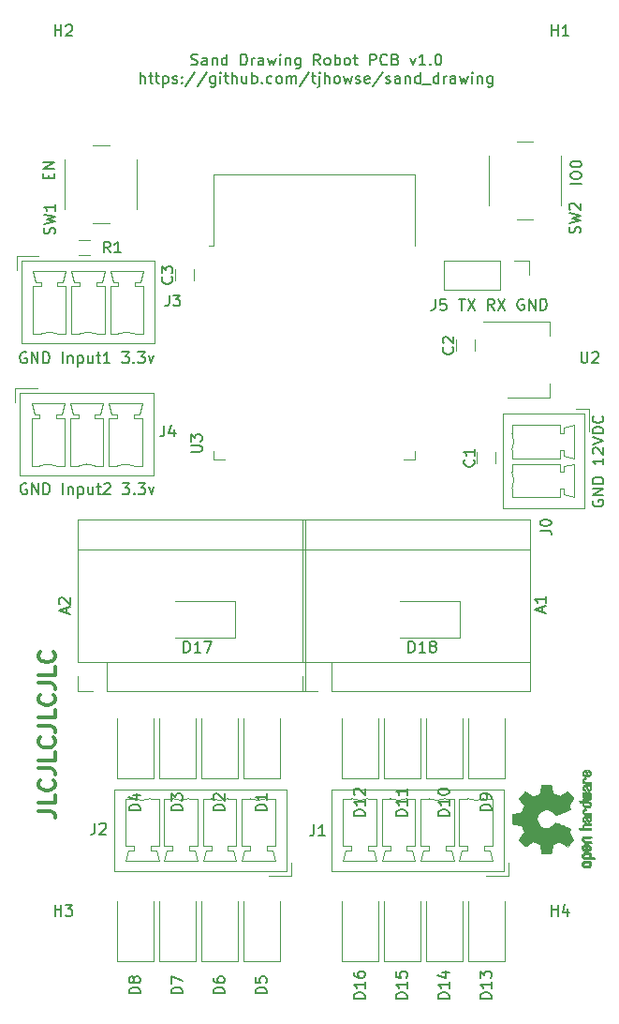
<source format=gbr>
G04 #@! TF.GenerationSoftware,KiCad,Pcbnew,(5.1.6)-1*
G04 #@! TF.CreationDate,2020-05-30T15:14:58+10:00*
G04 #@! TF.ProjectId,sand_drawing,73616e64-5f64-4726-9177-696e672e6b69,rev?*
G04 #@! TF.SameCoordinates,Original*
G04 #@! TF.FileFunction,Legend,Top*
G04 #@! TF.FilePolarity,Positive*
%FSLAX46Y46*%
G04 Gerber Fmt 4.6, Leading zero omitted, Abs format (unit mm)*
G04 Created by KiCad (PCBNEW (5.1.6)-1) date 2020-05-30 15:14:58*
%MOMM*%
%LPD*%
G01*
G04 APERTURE LIST*
%ADD10C,0.150000*%
%ADD11C,0.300000*%
%ADD12C,0.010000*%
%ADD13C,0.120000*%
G04 APERTURE END LIST*
D10*
X113018396Y-78797281D02*
X113161253Y-78844900D01*
X113399348Y-78844900D01*
X113494586Y-78797281D01*
X113542205Y-78749662D01*
X113589824Y-78654424D01*
X113589824Y-78559186D01*
X113542205Y-78463948D01*
X113494586Y-78416329D01*
X113399348Y-78368710D01*
X113208872Y-78321091D01*
X113113634Y-78273472D01*
X113066015Y-78225853D01*
X113018396Y-78130615D01*
X113018396Y-78035377D01*
X113066015Y-77940139D01*
X113113634Y-77892520D01*
X113208872Y-77844900D01*
X113446967Y-77844900D01*
X113589824Y-77892520D01*
X114446967Y-78844900D02*
X114446967Y-78321091D01*
X114399348Y-78225853D01*
X114304110Y-78178234D01*
X114113634Y-78178234D01*
X114018396Y-78225853D01*
X114446967Y-78797281D02*
X114351729Y-78844900D01*
X114113634Y-78844900D01*
X114018396Y-78797281D01*
X113970777Y-78702043D01*
X113970777Y-78606805D01*
X114018396Y-78511567D01*
X114113634Y-78463948D01*
X114351729Y-78463948D01*
X114446967Y-78416329D01*
X114923158Y-78178234D02*
X114923158Y-78844900D01*
X114923158Y-78273472D02*
X114970777Y-78225853D01*
X115066015Y-78178234D01*
X115208872Y-78178234D01*
X115304110Y-78225853D01*
X115351729Y-78321091D01*
X115351729Y-78844900D01*
X116256491Y-78844900D02*
X116256491Y-77844900D01*
X116256491Y-78797281D02*
X116161253Y-78844900D01*
X115970777Y-78844900D01*
X115875539Y-78797281D01*
X115827920Y-78749662D01*
X115780300Y-78654424D01*
X115780300Y-78368710D01*
X115827920Y-78273472D01*
X115875539Y-78225853D01*
X115970777Y-78178234D01*
X116161253Y-78178234D01*
X116256491Y-78225853D01*
X117494586Y-78844900D02*
X117494586Y-77844900D01*
X117732681Y-77844900D01*
X117875539Y-77892520D01*
X117970777Y-77987758D01*
X118018396Y-78082996D01*
X118066015Y-78273472D01*
X118066015Y-78416329D01*
X118018396Y-78606805D01*
X117970777Y-78702043D01*
X117875539Y-78797281D01*
X117732681Y-78844900D01*
X117494586Y-78844900D01*
X118494586Y-78844900D02*
X118494586Y-78178234D01*
X118494586Y-78368710D02*
X118542205Y-78273472D01*
X118589824Y-78225853D01*
X118685062Y-78178234D01*
X118780300Y-78178234D01*
X119542205Y-78844900D02*
X119542205Y-78321091D01*
X119494586Y-78225853D01*
X119399348Y-78178234D01*
X119208872Y-78178234D01*
X119113634Y-78225853D01*
X119542205Y-78797281D02*
X119446967Y-78844900D01*
X119208872Y-78844900D01*
X119113634Y-78797281D01*
X119066015Y-78702043D01*
X119066015Y-78606805D01*
X119113634Y-78511567D01*
X119208872Y-78463948D01*
X119446967Y-78463948D01*
X119542205Y-78416329D01*
X119923158Y-78178234D02*
X120113634Y-78844900D01*
X120304110Y-78368710D01*
X120494586Y-78844900D01*
X120685062Y-78178234D01*
X121066015Y-78844900D02*
X121066015Y-78178234D01*
X121066015Y-77844900D02*
X121018396Y-77892520D01*
X121066015Y-77940139D01*
X121113634Y-77892520D01*
X121066015Y-77844900D01*
X121066015Y-77940139D01*
X121542205Y-78178234D02*
X121542205Y-78844900D01*
X121542205Y-78273472D02*
X121589824Y-78225853D01*
X121685062Y-78178234D01*
X121827920Y-78178234D01*
X121923158Y-78225853D01*
X121970777Y-78321091D01*
X121970777Y-78844900D01*
X122875539Y-78178234D02*
X122875539Y-78987758D01*
X122827920Y-79082996D01*
X122780300Y-79130615D01*
X122685062Y-79178234D01*
X122542205Y-79178234D01*
X122446967Y-79130615D01*
X122875539Y-78797281D02*
X122780300Y-78844900D01*
X122589824Y-78844900D01*
X122494586Y-78797281D01*
X122446967Y-78749662D01*
X122399348Y-78654424D01*
X122399348Y-78368710D01*
X122446967Y-78273472D01*
X122494586Y-78225853D01*
X122589824Y-78178234D01*
X122780300Y-78178234D01*
X122875539Y-78225853D01*
X124685062Y-78844900D02*
X124351729Y-78368710D01*
X124113634Y-78844900D02*
X124113634Y-77844900D01*
X124494586Y-77844900D01*
X124589824Y-77892520D01*
X124637443Y-77940139D01*
X124685062Y-78035377D01*
X124685062Y-78178234D01*
X124637443Y-78273472D01*
X124589824Y-78321091D01*
X124494586Y-78368710D01*
X124113634Y-78368710D01*
X125256491Y-78844900D02*
X125161253Y-78797281D01*
X125113634Y-78749662D01*
X125066015Y-78654424D01*
X125066015Y-78368710D01*
X125113634Y-78273472D01*
X125161253Y-78225853D01*
X125256491Y-78178234D01*
X125399348Y-78178234D01*
X125494586Y-78225853D01*
X125542205Y-78273472D01*
X125589824Y-78368710D01*
X125589824Y-78654424D01*
X125542205Y-78749662D01*
X125494586Y-78797281D01*
X125399348Y-78844900D01*
X125256491Y-78844900D01*
X126018396Y-78844900D02*
X126018396Y-77844900D01*
X126018396Y-78225853D02*
X126113634Y-78178234D01*
X126304110Y-78178234D01*
X126399348Y-78225853D01*
X126446967Y-78273472D01*
X126494586Y-78368710D01*
X126494586Y-78654424D01*
X126446967Y-78749662D01*
X126399348Y-78797281D01*
X126304110Y-78844900D01*
X126113634Y-78844900D01*
X126018396Y-78797281D01*
X127066015Y-78844900D02*
X126970777Y-78797281D01*
X126923158Y-78749662D01*
X126875539Y-78654424D01*
X126875539Y-78368710D01*
X126923158Y-78273472D01*
X126970777Y-78225853D01*
X127066015Y-78178234D01*
X127208872Y-78178234D01*
X127304110Y-78225853D01*
X127351729Y-78273472D01*
X127399348Y-78368710D01*
X127399348Y-78654424D01*
X127351729Y-78749662D01*
X127304110Y-78797281D01*
X127208872Y-78844900D01*
X127066015Y-78844900D01*
X127685062Y-78178234D02*
X128066015Y-78178234D01*
X127827920Y-77844900D02*
X127827920Y-78702043D01*
X127875539Y-78797281D01*
X127970777Y-78844900D01*
X128066015Y-78844900D01*
X129161253Y-78844900D02*
X129161253Y-77844900D01*
X129542205Y-77844900D01*
X129637443Y-77892520D01*
X129685062Y-77940139D01*
X129732681Y-78035377D01*
X129732681Y-78178234D01*
X129685062Y-78273472D01*
X129637443Y-78321091D01*
X129542205Y-78368710D01*
X129161253Y-78368710D01*
X130732681Y-78749662D02*
X130685062Y-78797281D01*
X130542205Y-78844900D01*
X130446967Y-78844900D01*
X130304110Y-78797281D01*
X130208872Y-78702043D01*
X130161253Y-78606805D01*
X130113634Y-78416329D01*
X130113634Y-78273472D01*
X130161253Y-78082996D01*
X130208872Y-77987758D01*
X130304110Y-77892520D01*
X130446967Y-77844900D01*
X130542205Y-77844900D01*
X130685062Y-77892520D01*
X130732681Y-77940139D01*
X131494586Y-78321091D02*
X131637443Y-78368710D01*
X131685062Y-78416329D01*
X131732681Y-78511567D01*
X131732681Y-78654424D01*
X131685062Y-78749662D01*
X131637443Y-78797281D01*
X131542205Y-78844900D01*
X131161253Y-78844900D01*
X131161253Y-77844900D01*
X131494586Y-77844900D01*
X131589824Y-77892520D01*
X131637443Y-77940139D01*
X131685062Y-78035377D01*
X131685062Y-78130615D01*
X131637443Y-78225853D01*
X131589824Y-78273472D01*
X131494586Y-78321091D01*
X131161253Y-78321091D01*
X132827920Y-78178234D02*
X133066015Y-78844900D01*
X133304110Y-78178234D01*
X134208872Y-78844900D02*
X133637443Y-78844900D01*
X133923158Y-78844900D02*
X133923158Y-77844900D01*
X133827920Y-77987758D01*
X133732681Y-78082996D01*
X133637443Y-78130615D01*
X134637443Y-78749662D02*
X134685062Y-78797281D01*
X134637443Y-78844900D01*
X134589824Y-78797281D01*
X134637443Y-78749662D01*
X134637443Y-78844900D01*
X135304110Y-77844900D02*
X135399348Y-77844900D01*
X135494586Y-77892520D01*
X135542205Y-77940139D01*
X135589824Y-78035377D01*
X135637443Y-78225853D01*
X135637443Y-78463948D01*
X135589824Y-78654424D01*
X135542205Y-78749662D01*
X135494586Y-78797281D01*
X135399348Y-78844900D01*
X135304110Y-78844900D01*
X135208872Y-78797281D01*
X135161253Y-78749662D01*
X135113634Y-78654424D01*
X135066015Y-78463948D01*
X135066015Y-78225853D01*
X135113634Y-78035377D01*
X135161253Y-77940139D01*
X135208872Y-77892520D01*
X135304110Y-77844900D01*
X108423158Y-80494900D02*
X108423158Y-79494900D01*
X108851729Y-80494900D02*
X108851729Y-79971091D01*
X108804110Y-79875853D01*
X108708872Y-79828234D01*
X108566015Y-79828234D01*
X108470777Y-79875853D01*
X108423158Y-79923472D01*
X109185062Y-79828234D02*
X109566015Y-79828234D01*
X109327920Y-79494900D02*
X109327920Y-80352043D01*
X109375539Y-80447281D01*
X109470777Y-80494900D01*
X109566015Y-80494900D01*
X109756491Y-79828234D02*
X110137443Y-79828234D01*
X109899348Y-79494900D02*
X109899348Y-80352043D01*
X109946967Y-80447281D01*
X110042205Y-80494900D01*
X110137443Y-80494900D01*
X110470777Y-79828234D02*
X110470777Y-80828234D01*
X110470777Y-79875853D02*
X110566015Y-79828234D01*
X110756491Y-79828234D01*
X110851729Y-79875853D01*
X110899348Y-79923472D01*
X110946967Y-80018710D01*
X110946967Y-80304424D01*
X110899348Y-80399662D01*
X110851729Y-80447281D01*
X110756491Y-80494900D01*
X110566015Y-80494900D01*
X110470777Y-80447281D01*
X111327920Y-80447281D02*
X111423158Y-80494900D01*
X111613634Y-80494900D01*
X111708872Y-80447281D01*
X111756491Y-80352043D01*
X111756491Y-80304424D01*
X111708872Y-80209186D01*
X111613634Y-80161567D01*
X111470777Y-80161567D01*
X111375539Y-80113948D01*
X111327920Y-80018710D01*
X111327920Y-79971091D01*
X111375539Y-79875853D01*
X111470777Y-79828234D01*
X111613634Y-79828234D01*
X111708872Y-79875853D01*
X112185062Y-80399662D02*
X112232681Y-80447281D01*
X112185062Y-80494900D01*
X112137443Y-80447281D01*
X112185062Y-80399662D01*
X112185062Y-80494900D01*
X112185062Y-79875853D02*
X112232681Y-79923472D01*
X112185062Y-79971091D01*
X112137443Y-79923472D01*
X112185062Y-79875853D01*
X112185062Y-79971091D01*
X113375539Y-79447281D02*
X112518396Y-80732996D01*
X114423158Y-79447281D02*
X113566015Y-80732996D01*
X115185062Y-79828234D02*
X115185062Y-80637758D01*
X115137443Y-80732996D01*
X115089824Y-80780615D01*
X114994586Y-80828234D01*
X114851729Y-80828234D01*
X114756491Y-80780615D01*
X115185062Y-80447281D02*
X115089824Y-80494900D01*
X114899348Y-80494900D01*
X114804110Y-80447281D01*
X114756491Y-80399662D01*
X114708872Y-80304424D01*
X114708872Y-80018710D01*
X114756491Y-79923472D01*
X114804110Y-79875853D01*
X114899348Y-79828234D01*
X115089824Y-79828234D01*
X115185062Y-79875853D01*
X115661253Y-80494900D02*
X115661253Y-79828234D01*
X115661253Y-79494900D02*
X115613634Y-79542520D01*
X115661253Y-79590139D01*
X115708872Y-79542520D01*
X115661253Y-79494900D01*
X115661253Y-79590139D01*
X115994586Y-79828234D02*
X116375539Y-79828234D01*
X116137443Y-79494900D02*
X116137443Y-80352043D01*
X116185062Y-80447281D01*
X116280300Y-80494900D01*
X116375539Y-80494900D01*
X116708872Y-80494900D02*
X116708872Y-79494900D01*
X117137443Y-80494900D02*
X117137443Y-79971091D01*
X117089824Y-79875853D01*
X116994586Y-79828234D01*
X116851729Y-79828234D01*
X116756491Y-79875853D01*
X116708872Y-79923472D01*
X118042205Y-79828234D02*
X118042205Y-80494900D01*
X117613634Y-79828234D02*
X117613634Y-80352043D01*
X117661253Y-80447281D01*
X117756491Y-80494900D01*
X117899348Y-80494900D01*
X117994586Y-80447281D01*
X118042205Y-80399662D01*
X118518396Y-80494900D02*
X118518396Y-79494900D01*
X118518396Y-79875853D02*
X118613634Y-79828234D01*
X118804110Y-79828234D01*
X118899348Y-79875853D01*
X118946967Y-79923472D01*
X118994586Y-80018710D01*
X118994586Y-80304424D01*
X118946967Y-80399662D01*
X118899348Y-80447281D01*
X118804110Y-80494900D01*
X118613634Y-80494900D01*
X118518396Y-80447281D01*
X119423158Y-80399662D02*
X119470777Y-80447281D01*
X119423158Y-80494900D01*
X119375539Y-80447281D01*
X119423158Y-80399662D01*
X119423158Y-80494900D01*
X120327920Y-80447281D02*
X120232681Y-80494900D01*
X120042205Y-80494900D01*
X119946967Y-80447281D01*
X119899348Y-80399662D01*
X119851729Y-80304424D01*
X119851729Y-80018710D01*
X119899348Y-79923472D01*
X119946967Y-79875853D01*
X120042205Y-79828234D01*
X120232681Y-79828234D01*
X120327920Y-79875853D01*
X120899348Y-80494900D02*
X120804110Y-80447281D01*
X120756491Y-80399662D01*
X120708872Y-80304424D01*
X120708872Y-80018710D01*
X120756491Y-79923472D01*
X120804110Y-79875853D01*
X120899348Y-79828234D01*
X121042205Y-79828234D01*
X121137443Y-79875853D01*
X121185062Y-79923472D01*
X121232681Y-80018710D01*
X121232681Y-80304424D01*
X121185062Y-80399662D01*
X121137443Y-80447281D01*
X121042205Y-80494900D01*
X120899348Y-80494900D01*
X121661253Y-80494900D02*
X121661253Y-79828234D01*
X121661253Y-79923472D02*
X121708872Y-79875853D01*
X121804110Y-79828234D01*
X121946967Y-79828234D01*
X122042205Y-79875853D01*
X122089824Y-79971091D01*
X122089824Y-80494900D01*
X122089824Y-79971091D02*
X122137443Y-79875853D01*
X122232681Y-79828234D01*
X122375539Y-79828234D01*
X122470777Y-79875853D01*
X122518396Y-79971091D01*
X122518396Y-80494900D01*
X123708872Y-79447281D02*
X122851729Y-80732996D01*
X123899348Y-79828234D02*
X124280300Y-79828234D01*
X124042205Y-79494900D02*
X124042205Y-80352043D01*
X124089824Y-80447281D01*
X124185062Y-80494900D01*
X124280300Y-80494900D01*
X124613634Y-79828234D02*
X124613634Y-80685377D01*
X124566015Y-80780615D01*
X124470777Y-80828234D01*
X124423158Y-80828234D01*
X124613634Y-79494900D02*
X124566015Y-79542520D01*
X124613634Y-79590139D01*
X124661253Y-79542520D01*
X124613634Y-79494900D01*
X124613634Y-79590139D01*
X125089824Y-80494900D02*
X125089824Y-79494900D01*
X125518396Y-80494900D02*
X125518396Y-79971091D01*
X125470777Y-79875853D01*
X125375539Y-79828234D01*
X125232681Y-79828234D01*
X125137443Y-79875853D01*
X125089824Y-79923472D01*
X126137443Y-80494900D02*
X126042205Y-80447281D01*
X125994586Y-80399662D01*
X125946967Y-80304424D01*
X125946967Y-80018710D01*
X125994586Y-79923472D01*
X126042205Y-79875853D01*
X126137443Y-79828234D01*
X126280300Y-79828234D01*
X126375539Y-79875853D01*
X126423158Y-79923472D01*
X126470777Y-80018710D01*
X126470777Y-80304424D01*
X126423158Y-80399662D01*
X126375539Y-80447281D01*
X126280300Y-80494900D01*
X126137443Y-80494900D01*
X126804110Y-79828234D02*
X126994586Y-80494900D01*
X127185062Y-80018710D01*
X127375539Y-80494900D01*
X127566015Y-79828234D01*
X127899348Y-80447281D02*
X127994586Y-80494900D01*
X128185062Y-80494900D01*
X128280300Y-80447281D01*
X128327919Y-80352043D01*
X128327919Y-80304424D01*
X128280300Y-80209186D01*
X128185062Y-80161567D01*
X128042205Y-80161567D01*
X127946967Y-80113948D01*
X127899348Y-80018710D01*
X127899348Y-79971091D01*
X127946967Y-79875853D01*
X128042205Y-79828234D01*
X128185062Y-79828234D01*
X128280300Y-79875853D01*
X129137443Y-80447281D02*
X129042205Y-80494900D01*
X128851729Y-80494900D01*
X128756491Y-80447281D01*
X128708872Y-80352043D01*
X128708872Y-79971091D01*
X128756491Y-79875853D01*
X128851729Y-79828234D01*
X129042205Y-79828234D01*
X129137443Y-79875853D01*
X129185062Y-79971091D01*
X129185062Y-80066329D01*
X128708872Y-80161567D01*
X130327919Y-79447281D02*
X129470777Y-80732996D01*
X130613634Y-80447281D02*
X130708872Y-80494900D01*
X130899348Y-80494900D01*
X130994586Y-80447281D01*
X131042205Y-80352043D01*
X131042205Y-80304424D01*
X130994586Y-80209186D01*
X130899348Y-80161567D01*
X130756491Y-80161567D01*
X130661253Y-80113948D01*
X130613634Y-80018710D01*
X130613634Y-79971091D01*
X130661253Y-79875853D01*
X130756491Y-79828234D01*
X130899348Y-79828234D01*
X130994586Y-79875853D01*
X131899348Y-80494900D02*
X131899348Y-79971091D01*
X131851729Y-79875853D01*
X131756491Y-79828234D01*
X131566015Y-79828234D01*
X131470777Y-79875853D01*
X131899348Y-80447281D02*
X131804110Y-80494900D01*
X131566015Y-80494900D01*
X131470777Y-80447281D01*
X131423158Y-80352043D01*
X131423158Y-80256805D01*
X131470777Y-80161567D01*
X131566015Y-80113948D01*
X131804110Y-80113948D01*
X131899348Y-80066329D01*
X132375539Y-79828234D02*
X132375539Y-80494900D01*
X132375539Y-79923472D02*
X132423158Y-79875853D01*
X132518396Y-79828234D01*
X132661253Y-79828234D01*
X132756491Y-79875853D01*
X132804110Y-79971091D01*
X132804110Y-80494900D01*
X133708872Y-80494900D02*
X133708872Y-79494900D01*
X133708872Y-80447281D02*
X133613634Y-80494900D01*
X133423158Y-80494900D01*
X133327919Y-80447281D01*
X133280300Y-80399662D01*
X133232681Y-80304424D01*
X133232681Y-80018710D01*
X133280300Y-79923472D01*
X133327919Y-79875853D01*
X133423158Y-79828234D01*
X133613634Y-79828234D01*
X133708872Y-79875853D01*
X133946967Y-80590139D02*
X134708872Y-80590139D01*
X135375539Y-80494900D02*
X135375539Y-79494900D01*
X135375539Y-80447281D02*
X135280300Y-80494900D01*
X135089824Y-80494900D01*
X134994586Y-80447281D01*
X134946967Y-80399662D01*
X134899348Y-80304424D01*
X134899348Y-80018710D01*
X134946967Y-79923472D01*
X134994586Y-79875853D01*
X135089824Y-79828234D01*
X135280300Y-79828234D01*
X135375539Y-79875853D01*
X135851729Y-80494900D02*
X135851729Y-79828234D01*
X135851729Y-80018710D02*
X135899348Y-79923472D01*
X135946967Y-79875853D01*
X136042205Y-79828234D01*
X136137443Y-79828234D01*
X136899348Y-80494900D02*
X136899348Y-79971091D01*
X136851729Y-79875853D01*
X136756491Y-79828234D01*
X136566015Y-79828234D01*
X136470777Y-79875853D01*
X136899348Y-80447281D02*
X136804110Y-80494900D01*
X136566015Y-80494900D01*
X136470777Y-80447281D01*
X136423158Y-80352043D01*
X136423158Y-80256805D01*
X136470777Y-80161567D01*
X136566015Y-80113948D01*
X136804110Y-80113948D01*
X136899348Y-80066329D01*
X137280300Y-79828234D02*
X137470777Y-80494900D01*
X137661253Y-80018710D01*
X137851729Y-80494900D01*
X138042205Y-79828234D01*
X138423158Y-80494900D02*
X138423158Y-79828234D01*
X138423158Y-79494900D02*
X138375539Y-79542520D01*
X138423158Y-79590139D01*
X138470777Y-79542520D01*
X138423158Y-79494900D01*
X138423158Y-79590139D01*
X138899348Y-79828234D02*
X138899348Y-80494900D01*
X138899348Y-79923472D02*
X138946967Y-79875853D01*
X139042205Y-79828234D01*
X139185062Y-79828234D01*
X139280300Y-79875853D01*
X139327920Y-79971091D01*
X139327920Y-80494900D01*
X140232681Y-79828234D02*
X140232681Y-80637758D01*
X140185062Y-80732996D01*
X140137443Y-80780615D01*
X140042205Y-80828234D01*
X139899348Y-80828234D01*
X139804110Y-80780615D01*
X140232681Y-80447281D02*
X140137443Y-80494900D01*
X139946967Y-80494900D01*
X139851729Y-80447281D01*
X139804110Y-80399662D01*
X139756491Y-80304424D01*
X139756491Y-80018710D01*
X139804110Y-79923472D01*
X139851729Y-79875853D01*
X139946967Y-79828234D01*
X140137443Y-79828234D01*
X140232681Y-79875853D01*
X98108499Y-104798240D02*
X98013260Y-104750620D01*
X97870403Y-104750620D01*
X97727546Y-104798240D01*
X97632308Y-104893478D01*
X97584689Y-104988716D01*
X97537070Y-105179192D01*
X97537070Y-105322049D01*
X97584689Y-105512525D01*
X97632308Y-105607763D01*
X97727546Y-105703001D01*
X97870403Y-105750620D01*
X97965641Y-105750620D01*
X98108499Y-105703001D01*
X98156118Y-105655382D01*
X98156118Y-105322049D01*
X97965641Y-105322049D01*
X98584689Y-105750620D02*
X98584689Y-104750620D01*
X99156118Y-105750620D01*
X99156118Y-104750620D01*
X99632308Y-105750620D02*
X99632308Y-104750620D01*
X99870403Y-104750620D01*
X100013260Y-104798240D01*
X100108499Y-104893478D01*
X100156118Y-104988716D01*
X100203737Y-105179192D01*
X100203737Y-105322049D01*
X100156118Y-105512525D01*
X100108499Y-105607763D01*
X100013260Y-105703001D01*
X99870403Y-105750620D01*
X99632308Y-105750620D01*
X101394213Y-105750620D02*
X101394213Y-104750620D01*
X101870403Y-105083954D02*
X101870403Y-105750620D01*
X101870403Y-105179192D02*
X101918022Y-105131573D01*
X102013260Y-105083954D01*
X102156118Y-105083954D01*
X102251356Y-105131573D01*
X102298975Y-105226811D01*
X102298975Y-105750620D01*
X102775165Y-105083954D02*
X102775165Y-106083954D01*
X102775165Y-105131573D02*
X102870403Y-105083954D01*
X103060880Y-105083954D01*
X103156118Y-105131573D01*
X103203737Y-105179192D01*
X103251356Y-105274430D01*
X103251356Y-105560144D01*
X103203737Y-105655382D01*
X103156118Y-105703001D01*
X103060880Y-105750620D01*
X102870403Y-105750620D01*
X102775165Y-105703001D01*
X104108499Y-105083954D02*
X104108499Y-105750620D01*
X103679927Y-105083954D02*
X103679927Y-105607763D01*
X103727546Y-105703001D01*
X103822784Y-105750620D01*
X103965641Y-105750620D01*
X104060880Y-105703001D01*
X104108499Y-105655382D01*
X104441832Y-105083954D02*
X104822784Y-105083954D01*
X104584689Y-104750620D02*
X104584689Y-105607763D01*
X104632308Y-105703001D01*
X104727546Y-105750620D01*
X104822784Y-105750620D01*
X105679927Y-105750620D02*
X105108499Y-105750620D01*
X105394213Y-105750620D02*
X105394213Y-104750620D01*
X105298975Y-104893478D01*
X105203737Y-104988716D01*
X105108499Y-105036335D01*
X106775165Y-104750620D02*
X107394213Y-104750620D01*
X107060880Y-105131573D01*
X107203737Y-105131573D01*
X107298975Y-105179192D01*
X107346594Y-105226811D01*
X107394213Y-105322049D01*
X107394213Y-105560144D01*
X107346594Y-105655382D01*
X107298975Y-105703001D01*
X107203737Y-105750620D01*
X106918022Y-105750620D01*
X106822784Y-105703001D01*
X106775165Y-105655382D01*
X107822784Y-105655382D02*
X107870403Y-105703001D01*
X107822784Y-105750620D01*
X107775165Y-105703001D01*
X107822784Y-105655382D01*
X107822784Y-105750620D01*
X108203737Y-104750620D02*
X108822784Y-104750620D01*
X108489451Y-105131573D01*
X108632308Y-105131573D01*
X108727546Y-105179192D01*
X108775165Y-105226811D01*
X108822784Y-105322049D01*
X108822784Y-105560144D01*
X108775165Y-105655382D01*
X108727546Y-105703001D01*
X108632308Y-105750620D01*
X108346594Y-105750620D01*
X108251356Y-105703001D01*
X108203737Y-105655382D01*
X109156118Y-105083954D02*
X109394213Y-105750620D01*
X109632308Y-105083954D01*
X98133899Y-116639720D02*
X98038660Y-116592100D01*
X97895803Y-116592100D01*
X97752946Y-116639720D01*
X97657708Y-116734958D01*
X97610089Y-116830196D01*
X97562470Y-117020672D01*
X97562470Y-117163529D01*
X97610089Y-117354005D01*
X97657708Y-117449243D01*
X97752946Y-117544481D01*
X97895803Y-117592100D01*
X97991041Y-117592100D01*
X98133899Y-117544481D01*
X98181518Y-117496862D01*
X98181518Y-117163529D01*
X97991041Y-117163529D01*
X98610089Y-117592100D02*
X98610089Y-116592100D01*
X99181518Y-117592100D01*
X99181518Y-116592100D01*
X99657708Y-117592100D02*
X99657708Y-116592100D01*
X99895803Y-116592100D01*
X100038660Y-116639720D01*
X100133899Y-116734958D01*
X100181518Y-116830196D01*
X100229137Y-117020672D01*
X100229137Y-117163529D01*
X100181518Y-117354005D01*
X100133899Y-117449243D01*
X100038660Y-117544481D01*
X99895803Y-117592100D01*
X99657708Y-117592100D01*
X101419613Y-117592100D02*
X101419613Y-116592100D01*
X101895803Y-116925434D02*
X101895803Y-117592100D01*
X101895803Y-117020672D02*
X101943422Y-116973053D01*
X102038660Y-116925434D01*
X102181518Y-116925434D01*
X102276756Y-116973053D01*
X102324375Y-117068291D01*
X102324375Y-117592100D01*
X102800565Y-116925434D02*
X102800565Y-117925434D01*
X102800565Y-116973053D02*
X102895803Y-116925434D01*
X103086280Y-116925434D01*
X103181518Y-116973053D01*
X103229137Y-117020672D01*
X103276756Y-117115910D01*
X103276756Y-117401624D01*
X103229137Y-117496862D01*
X103181518Y-117544481D01*
X103086280Y-117592100D01*
X102895803Y-117592100D01*
X102800565Y-117544481D01*
X104133899Y-116925434D02*
X104133899Y-117592100D01*
X103705327Y-116925434D02*
X103705327Y-117449243D01*
X103752946Y-117544481D01*
X103848184Y-117592100D01*
X103991041Y-117592100D01*
X104086280Y-117544481D01*
X104133899Y-117496862D01*
X104467232Y-116925434D02*
X104848184Y-116925434D01*
X104610089Y-116592100D02*
X104610089Y-117449243D01*
X104657708Y-117544481D01*
X104752946Y-117592100D01*
X104848184Y-117592100D01*
X105133899Y-116687339D02*
X105181518Y-116639720D01*
X105276756Y-116592100D01*
X105514851Y-116592100D01*
X105610089Y-116639720D01*
X105657708Y-116687339D01*
X105705327Y-116782577D01*
X105705327Y-116877815D01*
X105657708Y-117020672D01*
X105086280Y-117592100D01*
X105705327Y-117592100D01*
X106800565Y-116592100D02*
X107419613Y-116592100D01*
X107086280Y-116973053D01*
X107229137Y-116973053D01*
X107324375Y-117020672D01*
X107371994Y-117068291D01*
X107419613Y-117163529D01*
X107419613Y-117401624D01*
X107371994Y-117496862D01*
X107324375Y-117544481D01*
X107229137Y-117592100D01*
X106943422Y-117592100D01*
X106848184Y-117544481D01*
X106800565Y-117496862D01*
X107848184Y-117496862D02*
X107895803Y-117544481D01*
X107848184Y-117592100D01*
X107800565Y-117544481D01*
X107848184Y-117496862D01*
X107848184Y-117592100D01*
X108229137Y-116592100D02*
X108848184Y-116592100D01*
X108514851Y-116973053D01*
X108657708Y-116973053D01*
X108752946Y-117020672D01*
X108800565Y-117068291D01*
X108848184Y-117163529D01*
X108848184Y-117401624D01*
X108800565Y-117496862D01*
X108752946Y-117544481D01*
X108657708Y-117592100D01*
X108371994Y-117592100D01*
X108276756Y-117544481D01*
X108229137Y-117496862D01*
X109181518Y-116925434D02*
X109419613Y-117592100D01*
X109657708Y-116925434D01*
X149344760Y-118133689D02*
X149297140Y-118228927D01*
X149297140Y-118371784D01*
X149344760Y-118514641D01*
X149439998Y-118609880D01*
X149535236Y-118657499D01*
X149725712Y-118705118D01*
X149868569Y-118705118D01*
X150059045Y-118657499D01*
X150154283Y-118609880D01*
X150249521Y-118514641D01*
X150297140Y-118371784D01*
X150297140Y-118276546D01*
X150249521Y-118133689D01*
X150201902Y-118086070D01*
X149868569Y-118086070D01*
X149868569Y-118276546D01*
X150297140Y-117657499D02*
X149297140Y-117657499D01*
X150297140Y-117086070D01*
X149297140Y-117086070D01*
X150297140Y-116609880D02*
X149297140Y-116609880D01*
X149297140Y-116371784D01*
X149344760Y-116228927D01*
X149439998Y-116133689D01*
X149535236Y-116086070D01*
X149725712Y-116038451D01*
X149868569Y-116038451D01*
X150059045Y-116086070D01*
X150154283Y-116133689D01*
X150249521Y-116228927D01*
X150297140Y-116371784D01*
X150297140Y-116609880D01*
X150297140Y-114324165D02*
X150297140Y-114895594D01*
X150297140Y-114609880D02*
X149297140Y-114609880D01*
X149439998Y-114705118D01*
X149535236Y-114800356D01*
X149582855Y-114895594D01*
X149392379Y-113943213D02*
X149344760Y-113895594D01*
X149297140Y-113800356D01*
X149297140Y-113562260D01*
X149344760Y-113467022D01*
X149392379Y-113419403D01*
X149487617Y-113371784D01*
X149582855Y-113371784D01*
X149725712Y-113419403D01*
X150297140Y-113990832D01*
X150297140Y-113371784D01*
X149297140Y-113086070D02*
X150297140Y-112752737D01*
X149297140Y-112419403D01*
X150297140Y-112086070D02*
X149297140Y-112086070D01*
X149297140Y-111847975D01*
X149344760Y-111705118D01*
X149439998Y-111609880D01*
X149535236Y-111562260D01*
X149725712Y-111514641D01*
X149868569Y-111514641D01*
X150059045Y-111562260D01*
X150154283Y-111609880D01*
X150249521Y-111705118D01*
X150297140Y-111847975D01*
X150297140Y-112086070D01*
X150201902Y-110514641D02*
X150249521Y-110562260D01*
X150297140Y-110705118D01*
X150297140Y-110800356D01*
X150249521Y-110943213D01*
X150154283Y-111038451D01*
X150059045Y-111086070D01*
X149868569Y-111133689D01*
X149725712Y-111133689D01*
X149535236Y-111086070D01*
X149439998Y-111038451D01*
X149344760Y-110943213D01*
X149297140Y-110800356D01*
X149297140Y-110705118D01*
X149344760Y-110562260D01*
X149392379Y-110514641D01*
X137215578Y-99944940D02*
X137787006Y-99944940D01*
X137501292Y-100944940D02*
X137501292Y-99944940D01*
X138025101Y-99944940D02*
X138691768Y-100944940D01*
X138691768Y-99944940D02*
X138025101Y-100944940D01*
X140406054Y-100944940D02*
X140072720Y-100468750D01*
X139834625Y-100944940D02*
X139834625Y-99944940D01*
X140215578Y-99944940D01*
X140310816Y-99992560D01*
X140358435Y-100040179D01*
X140406054Y-100135417D01*
X140406054Y-100278274D01*
X140358435Y-100373512D01*
X140310816Y-100421131D01*
X140215578Y-100468750D01*
X139834625Y-100468750D01*
X140739387Y-99944940D02*
X141406054Y-100944940D01*
X141406054Y-99944940D02*
X140739387Y-100944940D01*
X143072720Y-99992560D02*
X142977482Y-99944940D01*
X142834625Y-99944940D01*
X142691768Y-99992560D01*
X142596530Y-100087798D01*
X142548911Y-100183036D01*
X142501292Y-100373512D01*
X142501292Y-100516369D01*
X142548911Y-100706845D01*
X142596530Y-100802083D01*
X142691768Y-100897321D01*
X142834625Y-100944940D01*
X142929863Y-100944940D01*
X143072720Y-100897321D01*
X143120340Y-100849702D01*
X143120340Y-100516369D01*
X142929863Y-100516369D01*
X143548911Y-100944940D02*
X143548911Y-99944940D01*
X144120340Y-100944940D01*
X144120340Y-99944940D01*
X144596530Y-100944940D02*
X144596530Y-99944940D01*
X144834625Y-99944940D01*
X144977482Y-99992560D01*
X145072720Y-100087798D01*
X145120340Y-100183036D01*
X145167959Y-100373512D01*
X145167959Y-100516369D01*
X145120340Y-100706845D01*
X145072720Y-100802083D01*
X144977482Y-100897321D01*
X144834625Y-100944940D01*
X144596530Y-100944940D01*
X100128571Y-89088095D02*
X100128571Y-88754761D01*
X100652380Y-88611904D02*
X100652380Y-89088095D01*
X99652380Y-89088095D01*
X99652380Y-88611904D01*
X100652380Y-88183333D02*
X99652380Y-88183333D01*
X100652380Y-87611904D01*
X99652380Y-87611904D01*
X148302380Y-89550000D02*
X147302380Y-89550000D01*
X147302380Y-88883333D02*
X147302380Y-88692857D01*
X147350000Y-88597619D01*
X147445238Y-88502380D01*
X147635714Y-88454761D01*
X147969047Y-88454761D01*
X148159523Y-88502380D01*
X148254761Y-88597619D01*
X148302380Y-88692857D01*
X148302380Y-88883333D01*
X148254761Y-88978571D01*
X148159523Y-89073809D01*
X147969047Y-89121428D01*
X147635714Y-89121428D01*
X147445238Y-89073809D01*
X147350000Y-88978571D01*
X147302380Y-88883333D01*
X147302380Y-87835714D02*
X147302380Y-87740476D01*
X147350000Y-87645238D01*
X147397619Y-87597619D01*
X147492857Y-87550000D01*
X147683333Y-87502380D01*
X147921428Y-87502380D01*
X148111904Y-87550000D01*
X148207142Y-87597619D01*
X148254761Y-87645238D01*
X148302380Y-87740476D01*
X148302380Y-87835714D01*
X148254761Y-87930952D01*
X148207142Y-87978571D01*
X148111904Y-88026190D01*
X147921428Y-88073809D01*
X147683333Y-88073809D01*
X147492857Y-88026190D01*
X147397619Y-87978571D01*
X147350000Y-87930952D01*
X147302380Y-87835714D01*
D11*
X99229171Y-146191691D02*
X100300600Y-146191691D01*
X100514885Y-146263120D01*
X100657742Y-146405977D01*
X100729171Y-146620262D01*
X100729171Y-146763120D01*
X100729171Y-144763120D02*
X100729171Y-145477405D01*
X99229171Y-145477405D01*
X100586314Y-143405977D02*
X100657742Y-143477405D01*
X100729171Y-143691691D01*
X100729171Y-143834548D01*
X100657742Y-144048834D01*
X100514885Y-144191691D01*
X100372028Y-144263120D01*
X100086314Y-144334548D01*
X99872028Y-144334548D01*
X99586314Y-144263120D01*
X99443457Y-144191691D01*
X99300600Y-144048834D01*
X99229171Y-143834548D01*
X99229171Y-143691691D01*
X99300600Y-143477405D01*
X99372028Y-143405977D01*
X99229171Y-142334548D02*
X100300600Y-142334548D01*
X100514885Y-142405977D01*
X100657742Y-142548834D01*
X100729171Y-142763120D01*
X100729171Y-142905977D01*
X100729171Y-140905977D02*
X100729171Y-141620262D01*
X99229171Y-141620262D01*
X100586314Y-139548834D02*
X100657742Y-139620262D01*
X100729171Y-139834548D01*
X100729171Y-139977405D01*
X100657742Y-140191691D01*
X100514885Y-140334548D01*
X100372028Y-140405977D01*
X100086314Y-140477405D01*
X99872028Y-140477405D01*
X99586314Y-140405977D01*
X99443457Y-140334548D01*
X99300600Y-140191691D01*
X99229171Y-139977405D01*
X99229171Y-139834548D01*
X99300600Y-139620262D01*
X99372028Y-139548834D01*
X99229171Y-138477405D02*
X100300600Y-138477405D01*
X100514885Y-138548834D01*
X100657742Y-138691691D01*
X100729171Y-138905977D01*
X100729171Y-139048834D01*
X100729171Y-137048834D02*
X100729171Y-137763120D01*
X99229171Y-137763120D01*
X100586314Y-135691691D02*
X100657742Y-135763120D01*
X100729171Y-135977405D01*
X100729171Y-136120262D01*
X100657742Y-136334548D01*
X100514885Y-136477405D01*
X100372028Y-136548834D01*
X100086314Y-136620262D01*
X99872028Y-136620262D01*
X99586314Y-136548834D01*
X99443457Y-136477405D01*
X99300600Y-136334548D01*
X99229171Y-136120262D01*
X99229171Y-135977405D01*
X99300600Y-135763120D01*
X99372028Y-135691691D01*
X99229171Y-134620262D02*
X100300600Y-134620262D01*
X100514885Y-134691691D01*
X100657742Y-134834548D01*
X100729171Y-135048834D01*
X100729171Y-135191691D01*
X100729171Y-133191691D02*
X100729171Y-133905977D01*
X99229171Y-133905977D01*
X100586314Y-131834548D02*
X100657742Y-131905977D01*
X100729171Y-132120262D01*
X100729171Y-132263120D01*
X100657742Y-132477405D01*
X100514885Y-132620262D01*
X100372028Y-132691691D01*
X100086314Y-132763120D01*
X99872028Y-132763120D01*
X99586314Y-132691691D01*
X99443457Y-132620262D01*
X99300600Y-132477405D01*
X99229171Y-132263120D01*
X99229171Y-132120262D01*
X99300600Y-131905977D01*
X99372028Y-131834548D01*
D12*
G36*
X142037776Y-146760122D02*
G01*
X142038355Y-146654388D01*
X142039922Y-146577868D01*
X142042972Y-146525628D01*
X142047996Y-146492737D01*
X142055489Y-146474263D01*
X142065944Y-146465273D01*
X142079853Y-146460837D01*
X142081654Y-146460406D01*
X142114145Y-146453667D01*
X142178252Y-146441192D01*
X142267151Y-146424281D01*
X142374019Y-146404229D01*
X142492033Y-146382336D01*
X142496178Y-146381571D01*
X142611831Y-146359641D01*
X142714014Y-146339123D01*
X142796598Y-146321341D01*
X142853456Y-146307619D01*
X142878458Y-146299282D01*
X142878901Y-146298884D01*
X142891110Y-146274323D01*
X142911456Y-146223685D01*
X142935545Y-146157905D01*
X142935674Y-146157539D01*
X142966818Y-146074683D01*
X143006491Y-145977000D01*
X143046381Y-145884923D01*
X143048353Y-145880566D01*
X143116420Y-145730593D01*
X142889639Y-145398502D01*
X142820504Y-145296626D01*
X142758697Y-145204343D01*
X142707733Y-145126997D01*
X142671127Y-145069936D01*
X142652394Y-145038505D01*
X142651004Y-145035521D01*
X142657190Y-145012679D01*
X142687035Y-144970018D01*
X142741947Y-144905872D01*
X142823334Y-144818579D01*
X142909922Y-144729465D01*
X142995247Y-144643559D01*
X143073108Y-144566673D01*
X143138697Y-144503436D01*
X143187205Y-144458477D01*
X143213825Y-144436424D01*
X143215195Y-144435604D01*
X143233463Y-144433166D01*
X143263295Y-144442350D01*
X143308721Y-144465426D01*
X143373770Y-144504663D01*
X143462470Y-144562330D01*
X143576657Y-144639205D01*
X143677162Y-144707430D01*
X143767303Y-144768418D01*
X143841849Y-144818644D01*
X143895565Y-144854584D01*
X143923218Y-144872713D01*
X143925095Y-144873854D01*
X143951590Y-144871641D01*
X144003086Y-144854862D01*
X144069851Y-144826858D01*
X144091172Y-144816878D01*
X144186159Y-144773328D01*
X144293937Y-144726866D01*
X144387192Y-144689123D01*
X144456406Y-144661927D01*
X144509006Y-144640325D01*
X144536497Y-144627842D01*
X144538616Y-144626291D01*
X144542124Y-144603332D01*
X144551738Y-144549214D01*
X144566089Y-144471132D01*
X144583807Y-144376281D01*
X144603525Y-144271857D01*
X144623874Y-144165056D01*
X144643486Y-144063074D01*
X144660991Y-143973106D01*
X144675022Y-143902347D01*
X144684209Y-143857994D01*
X144686807Y-143847115D01*
X144693218Y-143835878D01*
X144707697Y-143827395D01*
X144735133Y-143821286D01*
X144780411Y-143817168D01*
X144848420Y-143814659D01*
X144944047Y-143813379D01*
X145072180Y-143812946D01*
X145124701Y-143812923D01*
X145551845Y-143812923D01*
X145572091Y-143915500D01*
X145583070Y-143972569D01*
X145599095Y-144057731D01*
X145618233Y-144160628D01*
X145638551Y-144270904D01*
X145644132Y-144301385D01*
X145663917Y-144403145D01*
X145683373Y-144491795D01*
X145700697Y-144559892D01*
X145714088Y-144599996D01*
X145718079Y-144606677D01*
X145746342Y-144623081D01*
X145801109Y-144646601D01*
X145871588Y-144672684D01*
X145886769Y-144677858D01*
X145980896Y-144712044D01*
X146087101Y-144754477D01*
X146182473Y-144796003D01*
X146182916Y-144796208D01*
X146332525Y-144865360D01*
X147001617Y-144410488D01*
X147294116Y-144702500D01*
X147381170Y-144790820D01*
X147457909Y-144871375D01*
X147520237Y-144939640D01*
X147564056Y-144991092D01*
X147585270Y-145021206D01*
X147586616Y-145025526D01*
X147576016Y-145050889D01*
X147546547Y-145102642D01*
X147501705Y-145175132D01*
X147444984Y-145262706D01*
X147381462Y-145357388D01*
X147316668Y-145453484D01*
X147260287Y-145539163D01*
X147215788Y-145608984D01*
X147186639Y-145657506D01*
X147176308Y-145679218D01*
X147185050Y-145705707D01*
X147208087Y-145755938D01*
X147240631Y-145819549D01*
X147244249Y-145826292D01*
X147287210Y-145911954D01*
X147308279Y-145970694D01*
X147308503Y-146007228D01*
X147288928Y-146026269D01*
X147288654Y-146026380D01*
X147265472Y-146035898D01*
X147210441Y-146058597D01*
X147127822Y-146092718D01*
X147021872Y-146136500D01*
X146896852Y-146188184D01*
X146757020Y-146246008D01*
X146621637Y-146302009D01*
X146472234Y-146363553D01*
X146333832Y-146420061D01*
X146210673Y-146469839D01*
X146107002Y-146511194D01*
X146027059Y-146542432D01*
X145975088Y-146561859D01*
X145955692Y-146567846D01*
X145933443Y-146552832D01*
X145897982Y-146513561D01*
X145858887Y-146461193D01*
X145735245Y-146312059D01*
X145593522Y-146195489D01*
X145436704Y-146112882D01*
X145267775Y-146065634D01*
X145089722Y-146055143D01*
X145007539Y-146062769D01*
X144837031Y-146104318D01*
X144686459Y-146175877D01*
X144557309Y-146273005D01*
X144451064Y-146391266D01*
X144369210Y-146526220D01*
X144313232Y-146673429D01*
X144284615Y-146828456D01*
X144284844Y-146986861D01*
X144315405Y-147144206D01*
X144377782Y-147296054D01*
X144473460Y-147437965D01*
X144527572Y-147497197D01*
X144666520Y-147610797D01*
X144818361Y-147689894D01*
X144978667Y-147735014D01*
X145143012Y-147746684D01*
X145306971Y-147725431D01*
X145466118Y-147671780D01*
X145616025Y-147586260D01*
X145752267Y-147469395D01*
X145858887Y-147338807D01*
X145899642Y-147284412D01*
X145934718Y-147245986D01*
X145955726Y-147232154D01*
X145978635Y-147239397D01*
X146033365Y-147259995D01*
X146115672Y-147292254D01*
X146221315Y-147334479D01*
X146346050Y-147384977D01*
X146485636Y-147442052D01*
X146621670Y-147498146D01*
X146771201Y-147560033D01*
X146909767Y-147617356D01*
X147033107Y-147668356D01*
X147136964Y-147711273D01*
X147217080Y-147744347D01*
X147269195Y-147765819D01*
X147288654Y-147773775D01*
X147308423Y-147792571D01*
X147308365Y-147828926D01*
X147287441Y-147887521D01*
X147244613Y-147973032D01*
X147244249Y-147973708D01*
X147211012Y-148038093D01*
X147186802Y-148090139D01*
X147176404Y-148119488D01*
X147176308Y-148120783D01*
X147186855Y-148142876D01*
X147216184Y-148191652D01*
X147260827Y-148261669D01*
X147317314Y-148347486D01*
X147381462Y-148442612D01*
X147446411Y-148539460D01*
X147502896Y-148626747D01*
X147547421Y-148698819D01*
X147576490Y-148750023D01*
X147586616Y-148774474D01*
X147573307Y-148796990D01*
X147536112Y-148842258D01*
X147479128Y-148905756D01*
X147406449Y-148982961D01*
X147322171Y-149069349D01*
X147294016Y-149097601D01*
X147001416Y-149389713D01*
X146675104Y-149167369D01*
X146574897Y-149099798D01*
X146484963Y-149040493D01*
X146410510Y-148992783D01*
X146356751Y-148959993D01*
X146328894Y-148945452D01*
X146326912Y-148945026D01*
X146300655Y-148952692D01*
X146247837Y-148973311D01*
X146177310Y-149003315D01*
X146130093Y-149024375D01*
X146039694Y-149063752D01*
X145948366Y-149100835D01*
X145871200Y-149129585D01*
X145847692Y-149137395D01*
X145784916Y-149159583D01*
X145736411Y-149181273D01*
X145718079Y-149193187D01*
X145706859Y-149219477D01*
X145690954Y-149276858D01*
X145672167Y-149357882D01*
X145652299Y-149455105D01*
X145644132Y-149498615D01*
X145623829Y-149609104D01*
X145604170Y-149715084D01*
X145587088Y-149806199D01*
X145574518Y-149872092D01*
X145572091Y-149884500D01*
X145551845Y-149987077D01*
X145124701Y-149987077D01*
X144984246Y-149986847D01*
X144877979Y-149985901D01*
X144801013Y-149983859D01*
X144748460Y-149980338D01*
X144715433Y-149974957D01*
X144697045Y-149967334D01*
X144688408Y-149957088D01*
X144686807Y-149952885D01*
X144681127Y-149927530D01*
X144669795Y-149871516D01*
X144654179Y-149792036D01*
X144635647Y-149696288D01*
X144615569Y-149591467D01*
X144595312Y-149484768D01*
X144576246Y-149383387D01*
X144559739Y-149294521D01*
X144547159Y-149225363D01*
X144539875Y-149183111D01*
X144538616Y-149173710D01*
X144521763Y-149165193D01*
X144476870Y-149146340D01*
X144412430Y-149120676D01*
X144387192Y-149110877D01*
X144289686Y-149071352D01*
X144181959Y-149024808D01*
X144091172Y-148983123D01*
X144021753Y-148952450D01*
X143964710Y-148932044D01*
X143929777Y-148925232D01*
X143925095Y-148926318D01*
X143902991Y-148940715D01*
X143853831Y-148973588D01*
X143782848Y-149021410D01*
X143695278Y-149080652D01*
X143596357Y-149147785D01*
X143576830Y-149161059D01*
X143461140Y-149238954D01*
X143373044Y-149296213D01*
X143308486Y-149335119D01*
X143263411Y-149357956D01*
X143233763Y-149367006D01*
X143215485Y-149364552D01*
X143215369Y-149364489D01*
X143191361Y-149345173D01*
X143144947Y-149302449D01*
X143080937Y-149240949D01*
X143004145Y-149165302D01*
X142919382Y-149080139D01*
X142909922Y-149070535D01*
X142805989Y-148963210D01*
X142729675Y-148880385D01*
X142679571Y-148820395D01*
X142654270Y-148781577D01*
X142651004Y-148764480D01*
X142665250Y-148739527D01*
X142698156Y-148687745D01*
X142746208Y-148614480D01*
X142805890Y-148525080D01*
X142873688Y-148424889D01*
X142889639Y-148401499D01*
X143116420Y-148069407D01*
X143048353Y-147919435D01*
X143008685Y-147828230D01*
X142968791Y-147730331D01*
X142936983Y-147646169D01*
X142935674Y-147642462D01*
X142911576Y-147576631D01*
X142891200Y-147525884D01*
X142878936Y-147501158D01*
X142878901Y-147501116D01*
X142856734Y-147493271D01*
X142802217Y-147479934D01*
X142721480Y-147462430D01*
X142620650Y-147442083D01*
X142505856Y-147420218D01*
X142496178Y-147418429D01*
X142377904Y-147396496D01*
X142270542Y-147376360D01*
X142180917Y-147359320D01*
X142115851Y-147346672D01*
X142082168Y-147339716D01*
X142081654Y-147339594D01*
X142067325Y-147335361D01*
X142056507Y-147327129D01*
X142048706Y-147309967D01*
X142043429Y-147278942D01*
X142040182Y-147229122D01*
X142038472Y-147155576D01*
X142037807Y-147053371D01*
X142037693Y-146917575D01*
X142037692Y-146900000D01*
X142037776Y-146760122D01*
G37*
X142037776Y-146760122D02*
X142038355Y-146654388D01*
X142039922Y-146577868D01*
X142042972Y-146525628D01*
X142047996Y-146492737D01*
X142055489Y-146474263D01*
X142065944Y-146465273D01*
X142079853Y-146460837D01*
X142081654Y-146460406D01*
X142114145Y-146453667D01*
X142178252Y-146441192D01*
X142267151Y-146424281D01*
X142374019Y-146404229D01*
X142492033Y-146382336D01*
X142496178Y-146381571D01*
X142611831Y-146359641D01*
X142714014Y-146339123D01*
X142796598Y-146321341D01*
X142853456Y-146307619D01*
X142878458Y-146299282D01*
X142878901Y-146298884D01*
X142891110Y-146274323D01*
X142911456Y-146223685D01*
X142935545Y-146157905D01*
X142935674Y-146157539D01*
X142966818Y-146074683D01*
X143006491Y-145977000D01*
X143046381Y-145884923D01*
X143048353Y-145880566D01*
X143116420Y-145730593D01*
X142889639Y-145398502D01*
X142820504Y-145296626D01*
X142758697Y-145204343D01*
X142707733Y-145126997D01*
X142671127Y-145069936D01*
X142652394Y-145038505D01*
X142651004Y-145035521D01*
X142657190Y-145012679D01*
X142687035Y-144970018D01*
X142741947Y-144905872D01*
X142823334Y-144818579D01*
X142909922Y-144729465D01*
X142995247Y-144643559D01*
X143073108Y-144566673D01*
X143138697Y-144503436D01*
X143187205Y-144458477D01*
X143213825Y-144436424D01*
X143215195Y-144435604D01*
X143233463Y-144433166D01*
X143263295Y-144442350D01*
X143308721Y-144465426D01*
X143373770Y-144504663D01*
X143462470Y-144562330D01*
X143576657Y-144639205D01*
X143677162Y-144707430D01*
X143767303Y-144768418D01*
X143841849Y-144818644D01*
X143895565Y-144854584D01*
X143923218Y-144872713D01*
X143925095Y-144873854D01*
X143951590Y-144871641D01*
X144003086Y-144854862D01*
X144069851Y-144826858D01*
X144091172Y-144816878D01*
X144186159Y-144773328D01*
X144293937Y-144726866D01*
X144387192Y-144689123D01*
X144456406Y-144661927D01*
X144509006Y-144640325D01*
X144536497Y-144627842D01*
X144538616Y-144626291D01*
X144542124Y-144603332D01*
X144551738Y-144549214D01*
X144566089Y-144471132D01*
X144583807Y-144376281D01*
X144603525Y-144271857D01*
X144623874Y-144165056D01*
X144643486Y-144063074D01*
X144660991Y-143973106D01*
X144675022Y-143902347D01*
X144684209Y-143857994D01*
X144686807Y-143847115D01*
X144693218Y-143835878D01*
X144707697Y-143827395D01*
X144735133Y-143821286D01*
X144780411Y-143817168D01*
X144848420Y-143814659D01*
X144944047Y-143813379D01*
X145072180Y-143812946D01*
X145124701Y-143812923D01*
X145551845Y-143812923D01*
X145572091Y-143915500D01*
X145583070Y-143972569D01*
X145599095Y-144057731D01*
X145618233Y-144160628D01*
X145638551Y-144270904D01*
X145644132Y-144301385D01*
X145663917Y-144403145D01*
X145683373Y-144491795D01*
X145700697Y-144559892D01*
X145714088Y-144599996D01*
X145718079Y-144606677D01*
X145746342Y-144623081D01*
X145801109Y-144646601D01*
X145871588Y-144672684D01*
X145886769Y-144677858D01*
X145980896Y-144712044D01*
X146087101Y-144754477D01*
X146182473Y-144796003D01*
X146182916Y-144796208D01*
X146332525Y-144865360D01*
X147001617Y-144410488D01*
X147294116Y-144702500D01*
X147381170Y-144790820D01*
X147457909Y-144871375D01*
X147520237Y-144939640D01*
X147564056Y-144991092D01*
X147585270Y-145021206D01*
X147586616Y-145025526D01*
X147576016Y-145050889D01*
X147546547Y-145102642D01*
X147501705Y-145175132D01*
X147444984Y-145262706D01*
X147381462Y-145357388D01*
X147316668Y-145453484D01*
X147260287Y-145539163D01*
X147215788Y-145608984D01*
X147186639Y-145657506D01*
X147176308Y-145679218D01*
X147185050Y-145705707D01*
X147208087Y-145755938D01*
X147240631Y-145819549D01*
X147244249Y-145826292D01*
X147287210Y-145911954D01*
X147308279Y-145970694D01*
X147308503Y-146007228D01*
X147288928Y-146026269D01*
X147288654Y-146026380D01*
X147265472Y-146035898D01*
X147210441Y-146058597D01*
X147127822Y-146092718D01*
X147021872Y-146136500D01*
X146896852Y-146188184D01*
X146757020Y-146246008D01*
X146621637Y-146302009D01*
X146472234Y-146363553D01*
X146333832Y-146420061D01*
X146210673Y-146469839D01*
X146107002Y-146511194D01*
X146027059Y-146542432D01*
X145975088Y-146561859D01*
X145955692Y-146567846D01*
X145933443Y-146552832D01*
X145897982Y-146513561D01*
X145858887Y-146461193D01*
X145735245Y-146312059D01*
X145593522Y-146195489D01*
X145436704Y-146112882D01*
X145267775Y-146065634D01*
X145089722Y-146055143D01*
X145007539Y-146062769D01*
X144837031Y-146104318D01*
X144686459Y-146175877D01*
X144557309Y-146273005D01*
X144451064Y-146391266D01*
X144369210Y-146526220D01*
X144313232Y-146673429D01*
X144284615Y-146828456D01*
X144284844Y-146986861D01*
X144315405Y-147144206D01*
X144377782Y-147296054D01*
X144473460Y-147437965D01*
X144527572Y-147497197D01*
X144666520Y-147610797D01*
X144818361Y-147689894D01*
X144978667Y-147735014D01*
X145143012Y-147746684D01*
X145306971Y-147725431D01*
X145466118Y-147671780D01*
X145616025Y-147586260D01*
X145752267Y-147469395D01*
X145858887Y-147338807D01*
X145899642Y-147284412D01*
X145934718Y-147245986D01*
X145955726Y-147232154D01*
X145978635Y-147239397D01*
X146033365Y-147259995D01*
X146115672Y-147292254D01*
X146221315Y-147334479D01*
X146346050Y-147384977D01*
X146485636Y-147442052D01*
X146621670Y-147498146D01*
X146771201Y-147560033D01*
X146909767Y-147617356D01*
X147033107Y-147668356D01*
X147136964Y-147711273D01*
X147217080Y-147744347D01*
X147269195Y-147765819D01*
X147288654Y-147773775D01*
X147308423Y-147792571D01*
X147308365Y-147828926D01*
X147287441Y-147887521D01*
X147244613Y-147973032D01*
X147244249Y-147973708D01*
X147211012Y-148038093D01*
X147186802Y-148090139D01*
X147176404Y-148119488D01*
X147176308Y-148120783D01*
X147186855Y-148142876D01*
X147216184Y-148191652D01*
X147260827Y-148261669D01*
X147317314Y-148347486D01*
X147381462Y-148442612D01*
X147446411Y-148539460D01*
X147502896Y-148626747D01*
X147547421Y-148698819D01*
X147576490Y-148750023D01*
X147586616Y-148774474D01*
X147573307Y-148796990D01*
X147536112Y-148842258D01*
X147479128Y-148905756D01*
X147406449Y-148982961D01*
X147322171Y-149069349D01*
X147294016Y-149097601D01*
X147001416Y-149389713D01*
X146675104Y-149167369D01*
X146574897Y-149099798D01*
X146484963Y-149040493D01*
X146410510Y-148992783D01*
X146356751Y-148959993D01*
X146328894Y-148945452D01*
X146326912Y-148945026D01*
X146300655Y-148952692D01*
X146247837Y-148973311D01*
X146177310Y-149003315D01*
X146130093Y-149024375D01*
X146039694Y-149063752D01*
X145948366Y-149100835D01*
X145871200Y-149129585D01*
X145847692Y-149137395D01*
X145784916Y-149159583D01*
X145736411Y-149181273D01*
X145718079Y-149193187D01*
X145706859Y-149219477D01*
X145690954Y-149276858D01*
X145672167Y-149357882D01*
X145652299Y-149455105D01*
X145644132Y-149498615D01*
X145623829Y-149609104D01*
X145604170Y-149715084D01*
X145587088Y-149806199D01*
X145574518Y-149872092D01*
X145572091Y-149884500D01*
X145551845Y-149987077D01*
X145124701Y-149987077D01*
X144984246Y-149986847D01*
X144877979Y-149985901D01*
X144801013Y-149983859D01*
X144748460Y-149980338D01*
X144715433Y-149974957D01*
X144697045Y-149967334D01*
X144688408Y-149957088D01*
X144686807Y-149952885D01*
X144681127Y-149927530D01*
X144669795Y-149871516D01*
X144654179Y-149792036D01*
X144635647Y-149696288D01*
X144615569Y-149591467D01*
X144595312Y-149484768D01*
X144576246Y-149383387D01*
X144559739Y-149294521D01*
X144547159Y-149225363D01*
X144539875Y-149183111D01*
X144538616Y-149173710D01*
X144521763Y-149165193D01*
X144476870Y-149146340D01*
X144412430Y-149120676D01*
X144387192Y-149110877D01*
X144289686Y-149071352D01*
X144181959Y-149024808D01*
X144091172Y-148983123D01*
X144021753Y-148952450D01*
X143964710Y-148932044D01*
X143929777Y-148925232D01*
X143925095Y-148926318D01*
X143902991Y-148940715D01*
X143853831Y-148973588D01*
X143782848Y-149021410D01*
X143695278Y-149080652D01*
X143596357Y-149147785D01*
X143576830Y-149161059D01*
X143461140Y-149238954D01*
X143373044Y-149296213D01*
X143308486Y-149335119D01*
X143263411Y-149357956D01*
X143233763Y-149367006D01*
X143215485Y-149364552D01*
X143215369Y-149364489D01*
X143191361Y-149345173D01*
X143144947Y-149302449D01*
X143080937Y-149240949D01*
X143004145Y-149165302D01*
X142919382Y-149080139D01*
X142909922Y-149070535D01*
X142805989Y-148963210D01*
X142729675Y-148880385D01*
X142679571Y-148820395D01*
X142654270Y-148781577D01*
X142651004Y-148764480D01*
X142665250Y-148739527D01*
X142698156Y-148687745D01*
X142746208Y-148614480D01*
X142805890Y-148525080D01*
X142873688Y-148424889D01*
X142889639Y-148401499D01*
X143116420Y-148069407D01*
X143048353Y-147919435D01*
X143008685Y-147828230D01*
X142968791Y-147730331D01*
X142936983Y-147646169D01*
X142935674Y-147642462D01*
X142911576Y-147576631D01*
X142891200Y-147525884D01*
X142878936Y-147501158D01*
X142878901Y-147501116D01*
X142856734Y-147493271D01*
X142802217Y-147479934D01*
X142721480Y-147462430D01*
X142620650Y-147442083D01*
X142505856Y-147420218D01*
X142496178Y-147418429D01*
X142377904Y-147396496D01*
X142270542Y-147376360D01*
X142180917Y-147359320D01*
X142115851Y-147346672D01*
X142082168Y-147339716D01*
X142081654Y-147339594D01*
X142067325Y-147335361D01*
X142056507Y-147327129D01*
X142048706Y-147309967D01*
X142043429Y-147278942D01*
X142040182Y-147229122D01*
X142038472Y-147155576D01*
X142037807Y-147053371D01*
X142037693Y-146917575D01*
X142037692Y-146900000D01*
X142037776Y-146760122D01*
G36*
X148397838Y-142654776D02*
G01*
X148448361Y-142577472D01*
X148493590Y-142540186D01*
X148575663Y-142510647D01*
X148640607Y-142508301D01*
X148727445Y-142513615D01*
X148815103Y-142713885D01*
X148859887Y-142811261D01*
X148895913Y-142874887D01*
X148927117Y-142907971D01*
X148957436Y-142913720D01*
X148990805Y-142895342D01*
X149012923Y-142875077D01*
X149048393Y-142816111D01*
X149050879Y-142751976D01*
X149023235Y-142693074D01*
X148968320Y-142649803D01*
X148948928Y-142642064D01*
X148888364Y-142604994D01*
X148862552Y-142562346D01*
X148840471Y-142503846D01*
X148924184Y-142503846D01*
X148981150Y-142509018D01*
X149029189Y-142529277D01*
X149084346Y-142571738D01*
X149091514Y-142578049D01*
X149140585Y-142625280D01*
X149166920Y-142665879D01*
X149179035Y-142716672D01*
X149183003Y-142758780D01*
X149183991Y-142834098D01*
X149171466Y-142887714D01*
X149152869Y-142921162D01*
X149111975Y-142973732D01*
X149067748Y-143010121D01*
X149012126Y-143033150D01*
X148937047Y-143045641D01*
X148834449Y-143050413D01*
X148782376Y-143050794D01*
X148719948Y-143049499D01*
X148719948Y-142931529D01*
X148753438Y-142930161D01*
X148758923Y-142926751D01*
X148751472Y-142904247D01*
X148731753Y-142855818D01*
X148703718Y-142791092D01*
X148697692Y-142777557D01*
X148656096Y-142695756D01*
X148619538Y-142650688D01*
X148585296Y-142640783D01*
X148550648Y-142664474D01*
X148535339Y-142684040D01*
X148504721Y-142754640D01*
X148509780Y-142820720D01*
X148547151Y-142876041D01*
X148613473Y-142914364D01*
X148666116Y-142926651D01*
X148719948Y-142931529D01*
X148719948Y-143049499D01*
X148660720Y-143048270D01*
X148570710Y-143038968D01*
X148505167Y-143020540D01*
X148456912Y-142990640D01*
X148418767Y-142946920D01*
X148406440Y-142927859D01*
X148374336Y-142841274D01*
X148372316Y-142746478D01*
X148397838Y-142654776D01*
G37*
X148397838Y-142654776D02*
X148448361Y-142577472D01*
X148493590Y-142540186D01*
X148575663Y-142510647D01*
X148640607Y-142508301D01*
X148727445Y-142513615D01*
X148815103Y-142713885D01*
X148859887Y-142811261D01*
X148895913Y-142874887D01*
X148927117Y-142907971D01*
X148957436Y-142913720D01*
X148990805Y-142895342D01*
X149012923Y-142875077D01*
X149048393Y-142816111D01*
X149050879Y-142751976D01*
X149023235Y-142693074D01*
X148968320Y-142649803D01*
X148948928Y-142642064D01*
X148888364Y-142604994D01*
X148862552Y-142562346D01*
X148840471Y-142503846D01*
X148924184Y-142503846D01*
X148981150Y-142509018D01*
X149029189Y-142529277D01*
X149084346Y-142571738D01*
X149091514Y-142578049D01*
X149140585Y-142625280D01*
X149166920Y-142665879D01*
X149179035Y-142716672D01*
X149183003Y-142758780D01*
X149183991Y-142834098D01*
X149171466Y-142887714D01*
X149152869Y-142921162D01*
X149111975Y-142973732D01*
X149067748Y-143010121D01*
X149012126Y-143033150D01*
X148937047Y-143045641D01*
X148834449Y-143050413D01*
X148782376Y-143050794D01*
X148719948Y-143049499D01*
X148719948Y-142931529D01*
X148753438Y-142930161D01*
X148758923Y-142926751D01*
X148751472Y-142904247D01*
X148731753Y-142855818D01*
X148703718Y-142791092D01*
X148697692Y-142777557D01*
X148656096Y-142695756D01*
X148619538Y-142650688D01*
X148585296Y-142640783D01*
X148550648Y-142664474D01*
X148535339Y-142684040D01*
X148504721Y-142754640D01*
X148509780Y-142820720D01*
X148547151Y-142876041D01*
X148613473Y-142914364D01*
X148666116Y-142926651D01*
X148719948Y-142931529D01*
X148719948Y-143049499D01*
X148660720Y-143048270D01*
X148570710Y-143038968D01*
X148505167Y-143020540D01*
X148456912Y-142990640D01*
X148418767Y-142946920D01*
X148406440Y-142927859D01*
X148374336Y-142841274D01*
X148372316Y-142746478D01*
X148397838Y-142654776D01*
G36*
X148386782Y-143329193D02*
G01*
X148396988Y-143305839D01*
X148441134Y-143250098D01*
X148504967Y-143202431D01*
X148573087Y-143172952D01*
X148606670Y-143168154D01*
X148653556Y-143184240D01*
X148678365Y-143219525D01*
X148693387Y-143257356D01*
X148696155Y-143274679D01*
X148676066Y-143283114D01*
X148632351Y-143299770D01*
X148612598Y-143307077D01*
X148544271Y-143348052D01*
X148510191Y-143407378D01*
X148511239Y-143483448D01*
X148512581Y-143489082D01*
X148531836Y-143529695D01*
X148569375Y-143559552D01*
X148629809Y-143579945D01*
X148717751Y-143592164D01*
X148837813Y-143597500D01*
X148901698Y-143598000D01*
X149002403Y-143598248D01*
X149071054Y-143599874D01*
X149114673Y-143604199D01*
X149140282Y-143612546D01*
X149154903Y-143626235D01*
X149165558Y-143646589D01*
X149166095Y-143647766D01*
X149182667Y-143686962D01*
X149188769Y-143706381D01*
X149170319Y-143709365D01*
X149119323Y-143711919D01*
X149042308Y-143713860D01*
X148945805Y-143715003D01*
X148875184Y-143715231D01*
X148738525Y-143714068D01*
X148634851Y-143709521D01*
X148558108Y-143700001D01*
X148502246Y-143683919D01*
X148461212Y-143659687D01*
X148428954Y-143625714D01*
X148406440Y-143592167D01*
X148376476Y-143511501D01*
X148369718Y-143417619D01*
X148386782Y-143329193D01*
G37*
X148386782Y-143329193D02*
X148396988Y-143305839D01*
X148441134Y-143250098D01*
X148504967Y-143202431D01*
X148573087Y-143172952D01*
X148606670Y-143168154D01*
X148653556Y-143184240D01*
X148678365Y-143219525D01*
X148693387Y-143257356D01*
X148696155Y-143274679D01*
X148676066Y-143283114D01*
X148632351Y-143299770D01*
X148612598Y-143307077D01*
X148544271Y-143348052D01*
X148510191Y-143407378D01*
X148511239Y-143483448D01*
X148512581Y-143489082D01*
X148531836Y-143529695D01*
X148569375Y-143559552D01*
X148629809Y-143579945D01*
X148717751Y-143592164D01*
X148837813Y-143597500D01*
X148901698Y-143598000D01*
X149002403Y-143598248D01*
X149071054Y-143599874D01*
X149114673Y-143604199D01*
X149140282Y-143612546D01*
X149154903Y-143626235D01*
X149165558Y-143646589D01*
X149166095Y-143647766D01*
X149182667Y-143686962D01*
X149188769Y-143706381D01*
X149170319Y-143709365D01*
X149119323Y-143711919D01*
X149042308Y-143713860D01*
X148945805Y-143715003D01*
X148875184Y-143715231D01*
X148738525Y-143714068D01*
X148634851Y-143709521D01*
X148558108Y-143700001D01*
X148502246Y-143683919D01*
X148461212Y-143659687D01*
X148428954Y-143625714D01*
X148406440Y-143592167D01*
X148376476Y-143511501D01*
X148369718Y-143417619D01*
X148386782Y-143329193D01*
G36*
X148383528Y-144012667D02*
G01*
X148409117Y-143956410D01*
X148440124Y-143912253D01*
X148474795Y-143879899D01*
X148519520Y-143857562D01*
X148580692Y-143843454D01*
X148664701Y-143835789D01*
X148777940Y-143832780D01*
X148852509Y-143832462D01*
X149143420Y-143832462D01*
X149166095Y-143882227D01*
X149182667Y-143921424D01*
X149188769Y-143940843D01*
X149170610Y-143944558D01*
X149121648Y-143947505D01*
X149050153Y-143949309D01*
X148993385Y-143949692D01*
X148911371Y-143951339D01*
X148846309Y-143955778D01*
X148806467Y-143962260D01*
X148798000Y-143967410D01*
X148806646Y-144002023D01*
X148828823Y-144056360D01*
X148858886Y-144119278D01*
X148891192Y-144179632D01*
X148920098Y-144226279D01*
X148939961Y-144248074D01*
X148940175Y-144248161D01*
X148976935Y-144246286D01*
X149012026Y-144229475D01*
X149040528Y-144199961D01*
X149050061Y-144156884D01*
X149048950Y-144120068D01*
X149048133Y-144067926D01*
X149060349Y-144040556D01*
X149092624Y-144024118D01*
X149098710Y-144022045D01*
X149144739Y-144014919D01*
X149172687Y-144033976D01*
X149186007Y-144083647D01*
X149188470Y-144137303D01*
X149170210Y-144233858D01*
X149144131Y-144283841D01*
X149082868Y-144345571D01*
X149007670Y-144378310D01*
X148928211Y-144381247D01*
X148854167Y-144353576D01*
X148807769Y-144311953D01*
X148781793Y-144270396D01*
X148748907Y-144205078D01*
X148715557Y-144128962D01*
X148710461Y-144116274D01*
X148673565Y-144032667D01*
X148641046Y-143984470D01*
X148608718Y-143968970D01*
X148572394Y-143983450D01*
X148544000Y-144008308D01*
X148509039Y-144067061D01*
X148506417Y-144131707D01*
X148533358Y-144190992D01*
X148587088Y-144233661D01*
X148600950Y-144239261D01*
X148651936Y-144271867D01*
X148689787Y-144319470D01*
X148720850Y-144379539D01*
X148632768Y-144379539D01*
X148578951Y-144376003D01*
X148536534Y-144360844D01*
X148491279Y-144327232D01*
X148456420Y-144294965D01*
X148407062Y-144244791D01*
X148380547Y-144205807D01*
X148369911Y-144163936D01*
X148368154Y-144116540D01*
X148383528Y-144012667D01*
G37*
X148383528Y-144012667D02*
X148409117Y-143956410D01*
X148440124Y-143912253D01*
X148474795Y-143879899D01*
X148519520Y-143857562D01*
X148580692Y-143843454D01*
X148664701Y-143835789D01*
X148777940Y-143832780D01*
X148852509Y-143832462D01*
X149143420Y-143832462D01*
X149166095Y-143882227D01*
X149182667Y-143921424D01*
X149188769Y-143940843D01*
X149170610Y-143944558D01*
X149121648Y-143947505D01*
X149050153Y-143949309D01*
X148993385Y-143949692D01*
X148911371Y-143951339D01*
X148846309Y-143955778D01*
X148806467Y-143962260D01*
X148798000Y-143967410D01*
X148806646Y-144002023D01*
X148828823Y-144056360D01*
X148858886Y-144119278D01*
X148891192Y-144179632D01*
X148920098Y-144226279D01*
X148939961Y-144248074D01*
X148940175Y-144248161D01*
X148976935Y-144246286D01*
X149012026Y-144229475D01*
X149040528Y-144199961D01*
X149050061Y-144156884D01*
X149048950Y-144120068D01*
X149048133Y-144067926D01*
X149060349Y-144040556D01*
X149092624Y-144024118D01*
X149098710Y-144022045D01*
X149144739Y-144014919D01*
X149172687Y-144033976D01*
X149186007Y-144083647D01*
X149188470Y-144137303D01*
X149170210Y-144233858D01*
X149144131Y-144283841D01*
X149082868Y-144345571D01*
X149007670Y-144378310D01*
X148928211Y-144381247D01*
X148854167Y-144353576D01*
X148807769Y-144311953D01*
X148781793Y-144270396D01*
X148748907Y-144205078D01*
X148715557Y-144128962D01*
X148710461Y-144116274D01*
X148673565Y-144032667D01*
X148641046Y-143984470D01*
X148608718Y-143968970D01*
X148572394Y-143983450D01*
X148544000Y-144008308D01*
X148509039Y-144067061D01*
X148506417Y-144131707D01*
X148533358Y-144190992D01*
X148587088Y-144233661D01*
X148600950Y-144239261D01*
X148651936Y-144271867D01*
X148689787Y-144319470D01*
X148720850Y-144379539D01*
X148632768Y-144379539D01*
X148578951Y-144376003D01*
X148536534Y-144360844D01*
X148491279Y-144327232D01*
X148456420Y-144294965D01*
X148407062Y-144244791D01*
X148380547Y-144205807D01*
X148369911Y-144163936D01*
X148368154Y-144116540D01*
X148383528Y-144012667D01*
G36*
X148386662Y-144504071D02*
G01*
X148438068Y-144501089D01*
X148516192Y-144498753D01*
X148614857Y-144497251D01*
X148718343Y-144496769D01*
X149068533Y-144496769D01*
X149130363Y-144558599D01*
X149168462Y-144601207D01*
X149183895Y-144638610D01*
X149182918Y-144689730D01*
X149180433Y-144710022D01*
X149173200Y-144773446D01*
X149169055Y-144825905D01*
X149168672Y-144838692D01*
X149171176Y-144881801D01*
X149177462Y-144943456D01*
X149180433Y-144967362D01*
X149185028Y-145026078D01*
X149175046Y-145065536D01*
X149144228Y-145104662D01*
X149130363Y-145118785D01*
X149068533Y-145180615D01*
X148413503Y-145180615D01*
X148390829Y-145130850D01*
X148374034Y-145087998D01*
X148368154Y-145062927D01*
X148386736Y-145056499D01*
X148438655Y-145050491D01*
X148518172Y-145045303D01*
X148619546Y-145041336D01*
X148705192Y-145039423D01*
X149042231Y-145034077D01*
X149048825Y-144987440D01*
X149044214Y-144945024D01*
X149029287Y-144924240D01*
X149001377Y-144918430D01*
X148941925Y-144913470D01*
X148858466Y-144909754D01*
X148758532Y-144907676D01*
X148707104Y-144907376D01*
X148411054Y-144907077D01*
X148389604Y-144845546D01*
X148375020Y-144801996D01*
X148368219Y-144778306D01*
X148368154Y-144777623D01*
X148386642Y-144775246D01*
X148437906Y-144772634D01*
X148515649Y-144770005D01*
X148613574Y-144767579D01*
X148705192Y-144765885D01*
X149042231Y-144760539D01*
X149042231Y-144643308D01*
X148734746Y-144637928D01*
X148427261Y-144632549D01*
X148397707Y-144575399D01*
X148377413Y-144533203D01*
X148368204Y-144508230D01*
X148368154Y-144507509D01*
X148386662Y-144504071D01*
G37*
X148386662Y-144504071D02*
X148438068Y-144501089D01*
X148516192Y-144498753D01*
X148614857Y-144497251D01*
X148718343Y-144496769D01*
X149068533Y-144496769D01*
X149130363Y-144558599D01*
X149168462Y-144601207D01*
X149183895Y-144638610D01*
X149182918Y-144689730D01*
X149180433Y-144710022D01*
X149173200Y-144773446D01*
X149169055Y-144825905D01*
X149168672Y-144838692D01*
X149171176Y-144881801D01*
X149177462Y-144943456D01*
X149180433Y-144967362D01*
X149185028Y-145026078D01*
X149175046Y-145065536D01*
X149144228Y-145104662D01*
X149130363Y-145118785D01*
X149068533Y-145180615D01*
X148413503Y-145180615D01*
X148390829Y-145130850D01*
X148374034Y-145087998D01*
X148368154Y-145062927D01*
X148386736Y-145056499D01*
X148438655Y-145050491D01*
X148518172Y-145045303D01*
X148619546Y-145041336D01*
X148705192Y-145039423D01*
X149042231Y-145034077D01*
X149048825Y-144987440D01*
X149044214Y-144945024D01*
X149029287Y-144924240D01*
X149001377Y-144918430D01*
X148941925Y-144913470D01*
X148858466Y-144909754D01*
X148758532Y-144907676D01*
X148707104Y-144907376D01*
X148411054Y-144907077D01*
X148389604Y-144845546D01*
X148375020Y-144801996D01*
X148368219Y-144778306D01*
X148368154Y-144777623D01*
X148386642Y-144775246D01*
X148437906Y-144772634D01*
X148515649Y-144770005D01*
X148613574Y-144767579D01*
X148705192Y-144765885D01*
X149042231Y-144760539D01*
X149042231Y-144643308D01*
X148734746Y-144637928D01*
X148427261Y-144632549D01*
X148397707Y-144575399D01*
X148377413Y-144533203D01*
X148368204Y-144508230D01*
X148368154Y-144507509D01*
X148386662Y-144504071D01*
G36*
X148530289Y-145297919D02*
G01*
X148676320Y-145298167D01*
X148788655Y-145299128D01*
X148872678Y-145301206D01*
X148933769Y-145304807D01*
X148977309Y-145310335D01*
X149008679Y-145318196D01*
X149033262Y-145328793D01*
X149047294Y-145336818D01*
X149123388Y-145403272D01*
X149171084Y-145487530D01*
X149188199Y-145580751D01*
X149172546Y-145674100D01*
X149144418Y-145729688D01*
X149095760Y-145788043D01*
X149036333Y-145827814D01*
X148958507Y-145851810D01*
X148854652Y-145862839D01*
X148778462Y-145864401D01*
X148772986Y-145864191D01*
X148772986Y-145727692D01*
X148860355Y-145726859D01*
X148918192Y-145723039D01*
X148956029Y-145714254D01*
X148983398Y-145698526D01*
X149004042Y-145679734D01*
X149043890Y-145616625D01*
X149047295Y-145548863D01*
X149014025Y-145484821D01*
X149009517Y-145479836D01*
X148986067Y-145458561D01*
X148958166Y-145445221D01*
X148916641Y-145437999D01*
X148852316Y-145435077D01*
X148781200Y-145434615D01*
X148691858Y-145435617D01*
X148632258Y-145439762D01*
X148593089Y-145448764D01*
X148565040Y-145464333D01*
X148550144Y-145477098D01*
X148512575Y-145536400D01*
X148508057Y-145604699D01*
X148536753Y-145669890D01*
X148547406Y-145682472D01*
X148571063Y-145703889D01*
X148599251Y-145717256D01*
X148641245Y-145724434D01*
X148706319Y-145727281D01*
X148772986Y-145727692D01*
X148772986Y-145864191D01*
X148655765Y-145859678D01*
X148563577Y-145843638D01*
X148494269Y-145813472D01*
X148440211Y-145766371D01*
X148412505Y-145729688D01*
X148382572Y-145663010D01*
X148368678Y-145585728D01*
X148372397Y-145513890D01*
X148387400Y-145473692D01*
X148391670Y-145457918D01*
X148375750Y-145447450D01*
X148333089Y-145440144D01*
X148268106Y-145434615D01*
X148195732Y-145428563D01*
X148152187Y-145420156D01*
X148127287Y-145404859D01*
X148110845Y-145378136D01*
X148103564Y-145361346D01*
X148076963Y-145297846D01*
X148530289Y-145297919D01*
G37*
X148530289Y-145297919D02*
X148676320Y-145298167D01*
X148788655Y-145299128D01*
X148872678Y-145301206D01*
X148933769Y-145304807D01*
X148977309Y-145310335D01*
X149008679Y-145318196D01*
X149033262Y-145328793D01*
X149047294Y-145336818D01*
X149123388Y-145403272D01*
X149171084Y-145487530D01*
X149188199Y-145580751D01*
X149172546Y-145674100D01*
X149144418Y-145729688D01*
X149095760Y-145788043D01*
X149036333Y-145827814D01*
X148958507Y-145851810D01*
X148854652Y-145862839D01*
X148778462Y-145864401D01*
X148772986Y-145864191D01*
X148772986Y-145727692D01*
X148860355Y-145726859D01*
X148918192Y-145723039D01*
X148956029Y-145714254D01*
X148983398Y-145698526D01*
X149004042Y-145679734D01*
X149043890Y-145616625D01*
X149047295Y-145548863D01*
X149014025Y-145484821D01*
X149009517Y-145479836D01*
X148986067Y-145458561D01*
X148958166Y-145445221D01*
X148916641Y-145437999D01*
X148852316Y-145435077D01*
X148781200Y-145434615D01*
X148691858Y-145435617D01*
X148632258Y-145439762D01*
X148593089Y-145448764D01*
X148565040Y-145464333D01*
X148550144Y-145477098D01*
X148512575Y-145536400D01*
X148508057Y-145604699D01*
X148536753Y-145669890D01*
X148547406Y-145682472D01*
X148571063Y-145703889D01*
X148599251Y-145717256D01*
X148641245Y-145724434D01*
X148706319Y-145727281D01*
X148772986Y-145727692D01*
X148772986Y-145864191D01*
X148655765Y-145859678D01*
X148563577Y-145843638D01*
X148494269Y-145813472D01*
X148440211Y-145766371D01*
X148412505Y-145729688D01*
X148382572Y-145663010D01*
X148368678Y-145585728D01*
X148372397Y-145513890D01*
X148387400Y-145473692D01*
X148391670Y-145457918D01*
X148375750Y-145447450D01*
X148333089Y-145440144D01*
X148268106Y-145434615D01*
X148195732Y-145428563D01*
X148152187Y-145420156D01*
X148127287Y-145404859D01*
X148110845Y-145378136D01*
X148103564Y-145361346D01*
X148076963Y-145297846D01*
X148530289Y-145297919D01*
G36*
X148374670Y-146186638D02*
G01*
X148407421Y-146097883D01*
X148465350Y-146025978D01*
X148506128Y-145997856D01*
X148580954Y-145967198D01*
X148635058Y-145967835D01*
X148671446Y-146000013D01*
X148677633Y-146011919D01*
X148696925Y-146063325D01*
X148691982Y-146089578D01*
X148659587Y-146098470D01*
X148641692Y-146098923D01*
X148575859Y-146115203D01*
X148529807Y-146157635D01*
X148507564Y-146216612D01*
X148513161Y-146282525D01*
X148542229Y-146336105D01*
X148558810Y-146354202D01*
X148578925Y-146367029D01*
X148609332Y-146375694D01*
X148656788Y-146381304D01*
X148728050Y-146384965D01*
X148829875Y-146387785D01*
X148862115Y-146388516D01*
X148972410Y-146391180D01*
X149050036Y-146394208D01*
X149101396Y-146398750D01*
X149132890Y-146405954D01*
X149150920Y-146416967D01*
X149161888Y-146432940D01*
X149166733Y-146443166D01*
X149183301Y-146486594D01*
X149188769Y-146512158D01*
X149170507Y-146520605D01*
X149115296Y-146525761D01*
X149022499Y-146527654D01*
X148891478Y-146526311D01*
X148871269Y-146525893D01*
X148751733Y-146522942D01*
X148664449Y-146519452D01*
X148602591Y-146514486D01*
X148559336Y-146507107D01*
X148527860Y-146496376D01*
X148501339Y-146481355D01*
X148489975Y-146473498D01*
X148439692Y-146428447D01*
X148400581Y-146378060D01*
X148397167Y-146371892D01*
X148370212Y-146281542D01*
X148374670Y-146186638D01*
G37*
X148374670Y-146186638D02*
X148407421Y-146097883D01*
X148465350Y-146025978D01*
X148506128Y-145997856D01*
X148580954Y-145967198D01*
X148635058Y-145967835D01*
X148671446Y-146000013D01*
X148677633Y-146011919D01*
X148696925Y-146063325D01*
X148691982Y-146089578D01*
X148659587Y-146098470D01*
X148641692Y-146098923D01*
X148575859Y-146115203D01*
X148529807Y-146157635D01*
X148507564Y-146216612D01*
X148513161Y-146282525D01*
X148542229Y-146336105D01*
X148558810Y-146354202D01*
X148578925Y-146367029D01*
X148609332Y-146375694D01*
X148656788Y-146381304D01*
X148728050Y-146384965D01*
X148829875Y-146387785D01*
X148862115Y-146388516D01*
X148972410Y-146391180D01*
X149050036Y-146394208D01*
X149101396Y-146398750D01*
X149132890Y-146405954D01*
X149150920Y-146416967D01*
X149161888Y-146432940D01*
X149166733Y-146443166D01*
X149183301Y-146486594D01*
X149188769Y-146512158D01*
X149170507Y-146520605D01*
X149115296Y-146525761D01*
X149022499Y-146527654D01*
X148891478Y-146526311D01*
X148871269Y-146525893D01*
X148751733Y-146522942D01*
X148664449Y-146519452D01*
X148602591Y-146514486D01*
X148559336Y-146507107D01*
X148527860Y-146496376D01*
X148501339Y-146481355D01*
X148489975Y-146473498D01*
X148439692Y-146428447D01*
X148400581Y-146378060D01*
X148397167Y-146371892D01*
X148370212Y-146281542D01*
X148374670Y-146186638D01*
G36*
X148376303Y-146846499D02*
G01*
X148404733Y-146769940D01*
X148405279Y-146769064D01*
X148440127Y-146721715D01*
X148480852Y-146686759D01*
X148533925Y-146662175D01*
X148605814Y-146645938D01*
X148702992Y-146636025D01*
X148831928Y-146630414D01*
X148850298Y-146629923D01*
X149127287Y-146622859D01*
X149158028Y-146682305D01*
X149178802Y-146725319D01*
X149188646Y-146751290D01*
X149188769Y-146752491D01*
X149170606Y-146756986D01*
X149121612Y-146760556D01*
X149050031Y-146762752D01*
X148992068Y-146763231D01*
X148898170Y-146763242D01*
X148839203Y-146767534D01*
X148811079Y-146782497D01*
X148809706Y-146814518D01*
X148830998Y-146869986D01*
X148870136Y-146953731D01*
X148902643Y-147015311D01*
X148930845Y-147046983D01*
X148961582Y-147056294D01*
X148963104Y-147056308D01*
X149016054Y-147040943D01*
X149044660Y-146995453D01*
X149048803Y-146925834D01*
X149048084Y-146875687D01*
X149062527Y-146849246D01*
X149097218Y-146832757D01*
X149141416Y-146823267D01*
X149166493Y-146836943D01*
X149170082Y-146842093D01*
X149184496Y-146890575D01*
X149186537Y-146958469D01*
X149176983Y-147028388D01*
X149159522Y-147077932D01*
X149101364Y-147146430D01*
X149020408Y-147185366D01*
X148957160Y-147193077D01*
X148900111Y-147187193D01*
X148853542Y-147165899D01*
X148812181Y-147123735D01*
X148770755Y-147055241D01*
X148723993Y-146954956D01*
X148721350Y-146948846D01*
X148679617Y-146858510D01*
X148645391Y-146802765D01*
X148614635Y-146778871D01*
X148583311Y-146784087D01*
X148547383Y-146815672D01*
X148539116Y-146825117D01*
X148507058Y-146888383D01*
X148508407Y-146953936D01*
X148539838Y-147011028D01*
X148598024Y-147048907D01*
X148609446Y-147052426D01*
X148664837Y-147086700D01*
X148691518Y-147130191D01*
X148717960Y-147193077D01*
X148649548Y-147193077D01*
X148550110Y-147173948D01*
X148458902Y-147117169D01*
X148428389Y-147087622D01*
X148389228Y-147020458D01*
X148371500Y-146935044D01*
X148376303Y-146846499D01*
G37*
X148376303Y-146846499D02*
X148404733Y-146769940D01*
X148405279Y-146769064D01*
X148440127Y-146721715D01*
X148480852Y-146686759D01*
X148533925Y-146662175D01*
X148605814Y-146645938D01*
X148702992Y-146636025D01*
X148831928Y-146630414D01*
X148850298Y-146629923D01*
X149127287Y-146622859D01*
X149158028Y-146682305D01*
X149178802Y-146725319D01*
X149188646Y-146751290D01*
X149188769Y-146752491D01*
X149170606Y-146756986D01*
X149121612Y-146760556D01*
X149050031Y-146762752D01*
X148992068Y-146763231D01*
X148898170Y-146763242D01*
X148839203Y-146767534D01*
X148811079Y-146782497D01*
X148809706Y-146814518D01*
X148830998Y-146869986D01*
X148870136Y-146953731D01*
X148902643Y-147015311D01*
X148930845Y-147046983D01*
X148961582Y-147056294D01*
X148963104Y-147056308D01*
X149016054Y-147040943D01*
X149044660Y-146995453D01*
X149048803Y-146925834D01*
X149048084Y-146875687D01*
X149062527Y-146849246D01*
X149097218Y-146832757D01*
X149141416Y-146823267D01*
X149166493Y-146836943D01*
X149170082Y-146842093D01*
X149184496Y-146890575D01*
X149186537Y-146958469D01*
X149176983Y-147028388D01*
X149159522Y-147077932D01*
X149101364Y-147146430D01*
X149020408Y-147185366D01*
X148957160Y-147193077D01*
X148900111Y-147187193D01*
X148853542Y-147165899D01*
X148812181Y-147123735D01*
X148770755Y-147055241D01*
X148723993Y-146954956D01*
X148721350Y-146948846D01*
X148679617Y-146858510D01*
X148645391Y-146802765D01*
X148614635Y-146778871D01*
X148583311Y-146784087D01*
X148547383Y-146815672D01*
X148539116Y-146825117D01*
X148507058Y-146888383D01*
X148508407Y-146953936D01*
X148539838Y-147011028D01*
X148598024Y-147048907D01*
X148609446Y-147052426D01*
X148664837Y-147086700D01*
X148691518Y-147130191D01*
X148717960Y-147193077D01*
X148649548Y-147193077D01*
X148550110Y-147173948D01*
X148458902Y-147117169D01*
X148428389Y-147087622D01*
X148389228Y-147020458D01*
X148371500Y-146935044D01*
X148376303Y-146846499D01*
G36*
X148242120Y-147740154D02*
G01*
X148321980Y-147734428D01*
X148369039Y-147727851D01*
X148389566Y-147718738D01*
X148389829Y-147705402D01*
X148387378Y-147701077D01*
X148369636Y-147643556D01*
X148370672Y-147568732D01*
X148388910Y-147492661D01*
X148412505Y-147445082D01*
X148450198Y-147396298D01*
X148492855Y-147360636D01*
X148547057Y-147336155D01*
X148619384Y-147320913D01*
X148716419Y-147312970D01*
X148844742Y-147310384D01*
X148869358Y-147310338D01*
X149145870Y-147310308D01*
X149167320Y-147371839D01*
X149181912Y-147415541D01*
X149188706Y-147439518D01*
X149188769Y-147440223D01*
X149170345Y-147442585D01*
X149119526Y-147444594D01*
X149042993Y-147446099D01*
X148947430Y-147446947D01*
X148889329Y-147447077D01*
X148774771Y-147447349D01*
X148692667Y-147448748D01*
X148636393Y-147452151D01*
X148599326Y-147458433D01*
X148574844Y-147468471D01*
X148556325Y-147483139D01*
X148547406Y-147492298D01*
X148511466Y-147555211D01*
X148508775Y-147623864D01*
X148539170Y-147686152D01*
X148550144Y-147697671D01*
X148570779Y-147714567D01*
X148595256Y-147726286D01*
X148630647Y-147733767D01*
X148684026Y-147737946D01*
X148762466Y-147739763D01*
X148870617Y-147740154D01*
X149145870Y-147740154D01*
X149167320Y-147801685D01*
X149181912Y-147845387D01*
X149188706Y-147869364D01*
X149188769Y-147870070D01*
X149170069Y-147871874D01*
X149117322Y-147873500D01*
X149035557Y-147874883D01*
X148929805Y-147875958D01*
X148805094Y-147876660D01*
X148666455Y-147876923D01*
X148131806Y-147876923D01*
X148078236Y-147749923D01*
X148242120Y-147740154D01*
G37*
X148242120Y-147740154D02*
X148321980Y-147734428D01*
X148369039Y-147727851D01*
X148389566Y-147718738D01*
X148389829Y-147705402D01*
X148387378Y-147701077D01*
X148369636Y-147643556D01*
X148370672Y-147568732D01*
X148388910Y-147492661D01*
X148412505Y-147445082D01*
X148450198Y-147396298D01*
X148492855Y-147360636D01*
X148547057Y-147336155D01*
X148619384Y-147320913D01*
X148716419Y-147312970D01*
X148844742Y-147310384D01*
X148869358Y-147310338D01*
X149145870Y-147310308D01*
X149167320Y-147371839D01*
X149181912Y-147415541D01*
X149188706Y-147439518D01*
X149188769Y-147440223D01*
X149170345Y-147442585D01*
X149119526Y-147444594D01*
X149042993Y-147446099D01*
X148947430Y-147446947D01*
X148889329Y-147447077D01*
X148774771Y-147447349D01*
X148692667Y-147448748D01*
X148636393Y-147452151D01*
X148599326Y-147458433D01*
X148574844Y-147468471D01*
X148556325Y-147483139D01*
X148547406Y-147492298D01*
X148511466Y-147555211D01*
X148508775Y-147623864D01*
X148539170Y-147686152D01*
X148550144Y-147697671D01*
X148570779Y-147714567D01*
X148595256Y-147726286D01*
X148630647Y-147733767D01*
X148684026Y-147737946D01*
X148762466Y-147739763D01*
X148870617Y-147740154D01*
X149145870Y-147740154D01*
X149167320Y-147801685D01*
X149181912Y-147845387D01*
X149188706Y-147869364D01*
X149188769Y-147870070D01*
X149170069Y-147871874D01*
X149117322Y-147873500D01*
X149035557Y-147874883D01*
X148929805Y-147875958D01*
X148805094Y-147876660D01*
X148666455Y-147876923D01*
X148131806Y-147876923D01*
X148078236Y-147749923D01*
X148242120Y-147740154D01*
G36*
X148349745Y-149365746D02*
G01*
X148401567Y-149288714D01*
X148476412Y-149229184D01*
X148571654Y-149193622D01*
X148641756Y-149186429D01*
X148671009Y-149187246D01*
X148693407Y-149194086D01*
X148713474Y-149212888D01*
X148735733Y-149249592D01*
X148764709Y-149310138D01*
X148804927Y-149400466D01*
X148805129Y-149400923D01*
X148843210Y-149484067D01*
X148877025Y-149552247D01*
X148902933Y-149598495D01*
X148917295Y-149615842D01*
X148917411Y-149615846D01*
X148948685Y-149600557D01*
X148983157Y-149564804D01*
X149007990Y-149523758D01*
X149012923Y-149502963D01*
X148995862Y-149446230D01*
X148953133Y-149397373D01*
X148906155Y-149373535D01*
X148871522Y-149350603D01*
X148832081Y-149305682D01*
X148798009Y-149252877D01*
X148779480Y-149206290D01*
X148778462Y-149196548D01*
X148795215Y-149185582D01*
X148838039Y-149184921D01*
X148895781Y-149192980D01*
X148957289Y-149208173D01*
X149011409Y-149228914D01*
X149013510Y-149229962D01*
X149100660Y-149292379D01*
X149159939Y-149373274D01*
X149189034Y-149465144D01*
X149185634Y-149560487D01*
X149147428Y-149651802D01*
X149144741Y-149655862D01*
X149079642Y-149727694D01*
X148994705Y-149774927D01*
X148883021Y-149801066D01*
X148851643Y-149804574D01*
X148703536Y-149810787D01*
X148634468Y-149803339D01*
X148634468Y-149615846D01*
X148677552Y-149613410D01*
X148690126Y-149600086D01*
X148680719Y-149566868D01*
X148658483Y-149514506D01*
X148630610Y-149455976D01*
X148629872Y-149454521D01*
X148603777Y-149404911D01*
X148586363Y-149385000D01*
X148568107Y-149389910D01*
X148544120Y-149410584D01*
X148509406Y-149463181D01*
X148506856Y-149519823D01*
X148532119Y-149570631D01*
X148580847Y-149605724D01*
X148634468Y-149615846D01*
X148634468Y-149803339D01*
X148585036Y-149798008D01*
X148491055Y-149765222D01*
X148425215Y-149719579D01*
X148358681Y-149637198D01*
X148325676Y-149546454D01*
X148323573Y-149453815D01*
X148349745Y-149365746D01*
G37*
X148349745Y-149365746D02*
X148401567Y-149288714D01*
X148476412Y-149229184D01*
X148571654Y-149193622D01*
X148641756Y-149186429D01*
X148671009Y-149187246D01*
X148693407Y-149194086D01*
X148713474Y-149212888D01*
X148735733Y-149249592D01*
X148764709Y-149310138D01*
X148804927Y-149400466D01*
X148805129Y-149400923D01*
X148843210Y-149484067D01*
X148877025Y-149552247D01*
X148902933Y-149598495D01*
X148917295Y-149615842D01*
X148917411Y-149615846D01*
X148948685Y-149600557D01*
X148983157Y-149564804D01*
X149007990Y-149523758D01*
X149012923Y-149502963D01*
X148995862Y-149446230D01*
X148953133Y-149397373D01*
X148906155Y-149373535D01*
X148871522Y-149350603D01*
X148832081Y-149305682D01*
X148798009Y-149252877D01*
X148779480Y-149206290D01*
X148778462Y-149196548D01*
X148795215Y-149185582D01*
X148838039Y-149184921D01*
X148895781Y-149192980D01*
X148957289Y-149208173D01*
X149011409Y-149228914D01*
X149013510Y-149229962D01*
X149100660Y-149292379D01*
X149159939Y-149373274D01*
X149189034Y-149465144D01*
X149185634Y-149560487D01*
X149147428Y-149651802D01*
X149144741Y-149655862D01*
X149079642Y-149727694D01*
X148994705Y-149774927D01*
X148883021Y-149801066D01*
X148851643Y-149804574D01*
X148703536Y-149810787D01*
X148634468Y-149803339D01*
X148634468Y-149615846D01*
X148677552Y-149613410D01*
X148690126Y-149600086D01*
X148680719Y-149566868D01*
X148658483Y-149514506D01*
X148630610Y-149455976D01*
X148629872Y-149454521D01*
X148603777Y-149404911D01*
X148586363Y-149385000D01*
X148568107Y-149389910D01*
X148544120Y-149410584D01*
X148509406Y-149463181D01*
X148506856Y-149519823D01*
X148532119Y-149570631D01*
X148580847Y-149605724D01*
X148634468Y-149615846D01*
X148634468Y-149803339D01*
X148585036Y-149798008D01*
X148491055Y-149765222D01*
X148425215Y-149719579D01*
X148358681Y-149637198D01*
X148325676Y-149546454D01*
X148323573Y-149453815D01*
X148349745Y-149365746D01*
G36*
X148337256Y-150883114D02*
G01*
X148385409Y-150791536D01*
X148462905Y-150723951D01*
X148512727Y-150699943D01*
X148587533Y-150681262D01*
X148682052Y-150671699D01*
X148785210Y-150670792D01*
X148885935Y-150678079D01*
X148973153Y-150693097D01*
X149035791Y-150715385D01*
X149046579Y-150722235D01*
X149127105Y-150803368D01*
X149175336Y-150899734D01*
X149189450Y-151004299D01*
X149167629Y-151110032D01*
X149154547Y-151139457D01*
X149114231Y-151196759D01*
X149060775Y-151247050D01*
X149053995Y-151251803D01*
X149021321Y-151271122D01*
X148986394Y-151283892D01*
X148940414Y-151291436D01*
X148874584Y-151295076D01*
X148780105Y-151296135D01*
X148758923Y-151296154D01*
X148752182Y-151296106D01*
X148752182Y-151100769D01*
X148841349Y-151099632D01*
X148900520Y-151095159D01*
X148938741Y-151085754D01*
X148965053Y-151069824D01*
X148973846Y-151061692D01*
X149007261Y-151014942D01*
X149005737Y-150969553D01*
X148976752Y-150923660D01*
X148945809Y-150896288D01*
X148900643Y-150880077D01*
X148829420Y-150870974D01*
X148821114Y-150870349D01*
X148692037Y-150868796D01*
X148596172Y-150885035D01*
X148534107Y-150918848D01*
X148506432Y-150970016D01*
X148504923Y-150988280D01*
X148512513Y-151036240D01*
X148538808Y-151069047D01*
X148589095Y-151089105D01*
X148668664Y-151098822D01*
X148752182Y-151100769D01*
X148752182Y-151296106D01*
X148658249Y-151295426D01*
X148587906Y-151292371D01*
X148539163Y-151285678D01*
X148503288Y-151274040D01*
X148471548Y-151256147D01*
X148465648Y-151252192D01*
X148386104Y-151185733D01*
X148339929Y-151113315D01*
X148321599Y-151025151D01*
X148320703Y-150995213D01*
X148337256Y-150883114D01*
G37*
X148337256Y-150883114D02*
X148385409Y-150791536D01*
X148462905Y-150723951D01*
X148512727Y-150699943D01*
X148587533Y-150681262D01*
X148682052Y-150671699D01*
X148785210Y-150670792D01*
X148885935Y-150678079D01*
X148973153Y-150693097D01*
X149035791Y-150715385D01*
X149046579Y-150722235D01*
X149127105Y-150803368D01*
X149175336Y-150899734D01*
X149189450Y-151004299D01*
X149167629Y-151110032D01*
X149154547Y-151139457D01*
X149114231Y-151196759D01*
X149060775Y-151247050D01*
X149053995Y-151251803D01*
X149021321Y-151271122D01*
X148986394Y-151283892D01*
X148940414Y-151291436D01*
X148874584Y-151295076D01*
X148780105Y-151296135D01*
X148758923Y-151296154D01*
X148752182Y-151296106D01*
X148752182Y-151100769D01*
X148841349Y-151099632D01*
X148900520Y-151095159D01*
X148938741Y-151085754D01*
X148965053Y-151069824D01*
X148973846Y-151061692D01*
X149007261Y-151014942D01*
X149005737Y-150969553D01*
X148976752Y-150923660D01*
X148945809Y-150896288D01*
X148900643Y-150880077D01*
X148829420Y-150870974D01*
X148821114Y-150870349D01*
X148692037Y-150868796D01*
X148596172Y-150885035D01*
X148534107Y-150918848D01*
X148506432Y-150970016D01*
X148504923Y-150988280D01*
X148512513Y-151036240D01*
X148538808Y-151069047D01*
X148589095Y-151089105D01*
X148668664Y-151098822D01*
X148752182Y-151100769D01*
X148752182Y-151296106D01*
X148658249Y-151295426D01*
X148587906Y-151292371D01*
X148539163Y-151285678D01*
X148503288Y-151274040D01*
X148471548Y-151256147D01*
X148465648Y-151252192D01*
X148386104Y-151185733D01*
X148339929Y-151113315D01*
X148321599Y-151025151D01*
X148320703Y-150995213D01*
X148337256Y-150883114D01*
G36*
X148345089Y-148628336D02*
G01*
X148381358Y-148565633D01*
X148417358Y-148522039D01*
X148455075Y-148490155D01*
X148501199Y-148468190D01*
X148562421Y-148454351D01*
X148645431Y-148446847D01*
X148756919Y-148443883D01*
X148837062Y-148443539D01*
X149132065Y-148443539D01*
X149206515Y-148609615D01*
X148883402Y-148619385D01*
X148762729Y-148623421D01*
X148675141Y-148627656D01*
X148614650Y-148632903D01*
X148575268Y-148639975D01*
X148551007Y-148649689D01*
X148535880Y-148662856D01*
X148532606Y-148667081D01*
X148507034Y-148731091D01*
X148517153Y-148795792D01*
X148544000Y-148834308D01*
X148563024Y-148849975D01*
X148587988Y-148860820D01*
X148625834Y-148867712D01*
X148683502Y-148871521D01*
X148767935Y-148873117D01*
X148855928Y-148873385D01*
X148966323Y-148873437D01*
X149044463Y-148875328D01*
X149097165Y-148881655D01*
X149131242Y-148895017D01*
X149153511Y-148918015D01*
X149170787Y-148953246D01*
X149188738Y-149000303D01*
X149208278Y-149051697D01*
X148861485Y-149045579D01*
X148736468Y-149043116D01*
X148644082Y-149040233D01*
X148577881Y-149036102D01*
X148531420Y-149029893D01*
X148498256Y-149020774D01*
X148471944Y-149007917D01*
X148448729Y-148992416D01*
X148374569Y-148917629D01*
X148331684Y-148826372D01*
X148321412Y-148727117D01*
X148345089Y-148628336D01*
G37*
X148345089Y-148628336D02*
X148381358Y-148565633D01*
X148417358Y-148522039D01*
X148455075Y-148490155D01*
X148501199Y-148468190D01*
X148562421Y-148454351D01*
X148645431Y-148446847D01*
X148756919Y-148443883D01*
X148837062Y-148443539D01*
X149132065Y-148443539D01*
X149206515Y-148609615D01*
X148883402Y-148619385D01*
X148762729Y-148623421D01*
X148675141Y-148627656D01*
X148614650Y-148632903D01*
X148575268Y-148639975D01*
X148551007Y-148649689D01*
X148535880Y-148662856D01*
X148532606Y-148667081D01*
X148507034Y-148731091D01*
X148517153Y-148795792D01*
X148544000Y-148834308D01*
X148563024Y-148849975D01*
X148587988Y-148860820D01*
X148625834Y-148867712D01*
X148683502Y-148871521D01*
X148767935Y-148873117D01*
X148855928Y-148873385D01*
X148966323Y-148873437D01*
X149044463Y-148875328D01*
X149097165Y-148881655D01*
X149131242Y-148895017D01*
X149153511Y-148918015D01*
X149170787Y-148953246D01*
X149188738Y-149000303D01*
X149208278Y-149051697D01*
X148861485Y-149045579D01*
X148736468Y-149043116D01*
X148644082Y-149040233D01*
X148577881Y-149036102D01*
X148531420Y-149029893D01*
X148498256Y-149020774D01*
X148471944Y-149007917D01*
X148448729Y-148992416D01*
X148374569Y-148917629D01*
X148331684Y-148826372D01*
X148321412Y-148727117D01*
X148345089Y-148628336D01*
G36*
X148334505Y-150131114D02*
G01*
X148371727Y-150056461D01*
X148440261Y-149990569D01*
X148465648Y-149972423D01*
X148498866Y-149952655D01*
X148534945Y-149939828D01*
X148583098Y-149932490D01*
X148652536Y-149929187D01*
X148744206Y-149928462D01*
X148869830Y-149931737D01*
X148964154Y-149943123D01*
X149034523Y-149964959D01*
X149088286Y-149999581D01*
X149132788Y-150049330D01*
X149135423Y-150052986D01*
X149162377Y-150102015D01*
X149175712Y-150161055D01*
X149179000Y-150236141D01*
X149179000Y-150358205D01*
X149297497Y-150358256D01*
X149363492Y-150359392D01*
X149402202Y-150366314D01*
X149425419Y-150384402D01*
X149444933Y-150419038D01*
X149448920Y-150427355D01*
X149467603Y-150466280D01*
X149479403Y-150496417D01*
X149480422Y-150518826D01*
X149466761Y-150534567D01*
X149434522Y-150544698D01*
X149379804Y-150550277D01*
X149298711Y-150552365D01*
X149187344Y-150552019D01*
X149041802Y-150550300D01*
X148998269Y-150549763D01*
X148848205Y-150547828D01*
X148750042Y-150546096D01*
X148750042Y-150358308D01*
X148833364Y-150357252D01*
X148887880Y-150352562D01*
X148923837Y-150341949D01*
X148951482Y-150323128D01*
X148964965Y-150310350D01*
X149004417Y-150258110D01*
X149007628Y-150211858D01*
X148975049Y-150164133D01*
X148973846Y-150162923D01*
X148948668Y-150143506D01*
X148914447Y-150131693D01*
X148861748Y-150125735D01*
X148781131Y-150123880D01*
X148763271Y-150123846D01*
X148652175Y-150128330D01*
X148575161Y-150142926D01*
X148528147Y-150169350D01*
X148507050Y-150209317D01*
X148504923Y-150232416D01*
X148514900Y-150287238D01*
X148547752Y-150324842D01*
X148607857Y-150347477D01*
X148699598Y-150357394D01*
X148750042Y-150358308D01*
X148750042Y-150546096D01*
X148732060Y-150545778D01*
X148644679Y-150543127D01*
X148580905Y-150539394D01*
X148535582Y-150534093D01*
X148503555Y-150526742D01*
X148479668Y-150516857D01*
X148458764Y-150503954D01*
X148450898Y-150498421D01*
X148376595Y-150425031D01*
X148334467Y-150332240D01*
X148322722Y-150224904D01*
X148334505Y-150131114D01*
G37*
X148334505Y-150131114D02*
X148371727Y-150056461D01*
X148440261Y-149990569D01*
X148465648Y-149972423D01*
X148498866Y-149952655D01*
X148534945Y-149939828D01*
X148583098Y-149932490D01*
X148652536Y-149929187D01*
X148744206Y-149928462D01*
X148869830Y-149931737D01*
X148964154Y-149943123D01*
X149034523Y-149964959D01*
X149088286Y-149999581D01*
X149132788Y-150049330D01*
X149135423Y-150052986D01*
X149162377Y-150102015D01*
X149175712Y-150161055D01*
X149179000Y-150236141D01*
X149179000Y-150358205D01*
X149297497Y-150358256D01*
X149363492Y-150359392D01*
X149402202Y-150366314D01*
X149425419Y-150384402D01*
X149444933Y-150419038D01*
X149448920Y-150427355D01*
X149467603Y-150466280D01*
X149479403Y-150496417D01*
X149480422Y-150518826D01*
X149466761Y-150534567D01*
X149434522Y-150544698D01*
X149379804Y-150550277D01*
X149298711Y-150552365D01*
X149187344Y-150552019D01*
X149041802Y-150550300D01*
X148998269Y-150549763D01*
X148848205Y-150547828D01*
X148750042Y-150546096D01*
X148750042Y-150358308D01*
X148833364Y-150357252D01*
X148887880Y-150352562D01*
X148923837Y-150341949D01*
X148951482Y-150323128D01*
X148964965Y-150310350D01*
X149004417Y-150258110D01*
X149007628Y-150211858D01*
X148975049Y-150164133D01*
X148973846Y-150162923D01*
X148948668Y-150143506D01*
X148914447Y-150131693D01*
X148861748Y-150125735D01*
X148781131Y-150123880D01*
X148763271Y-150123846D01*
X148652175Y-150128330D01*
X148575161Y-150142926D01*
X148528147Y-150169350D01*
X148507050Y-150209317D01*
X148504923Y-150232416D01*
X148514900Y-150287238D01*
X148547752Y-150324842D01*
X148607857Y-150347477D01*
X148699598Y-150357394D01*
X148750042Y-150358308D01*
X148750042Y-150546096D01*
X148732060Y-150545778D01*
X148644679Y-150543127D01*
X148580905Y-150539394D01*
X148535582Y-150534093D01*
X148503555Y-150526742D01*
X148479668Y-150516857D01*
X148458764Y-150503954D01*
X148450898Y-150498421D01*
X148376595Y-150425031D01*
X148334467Y-150332240D01*
X148322722Y-150224904D01*
X148334505Y-150131114D01*
D13*
X103884920Y-95996040D02*
X102884920Y-95996040D01*
X102884920Y-94636040D02*
X103884920Y-94636040D01*
X97238000Y-96103240D02*
X99238000Y-96103240D01*
X97238000Y-97353240D02*
X97238000Y-96103240D01*
X108688000Y-103103240D02*
X107938000Y-103103240D01*
X108688000Y-98803240D02*
X108688000Y-103103240D01*
X107938000Y-98803240D02*
X108688000Y-98803240D01*
X107938000Y-98453240D02*
X107938000Y-98803240D01*
X108438000Y-98453240D02*
X107938000Y-98453240D01*
X108688000Y-97453240D02*
X108438000Y-98453240D01*
X105688000Y-97453240D02*
X108688000Y-97453240D01*
X105938000Y-98453240D02*
X105688000Y-97453240D01*
X106438000Y-98453240D02*
X105938000Y-98453240D01*
X106438000Y-98803240D02*
X106438000Y-98453240D01*
X105688000Y-98803240D02*
X106438000Y-98803240D01*
X105688000Y-103103240D02*
X105688000Y-98803240D01*
X106438000Y-103103240D02*
X105688000Y-103103240D01*
X105188000Y-103103240D02*
X104438000Y-103103240D01*
X105188000Y-98803240D02*
X105188000Y-103103240D01*
X104438000Y-98803240D02*
X105188000Y-98803240D01*
X104438000Y-98453240D02*
X104438000Y-98803240D01*
X104938000Y-98453240D02*
X104438000Y-98453240D01*
X105188000Y-97453240D02*
X104938000Y-98453240D01*
X102188000Y-97453240D02*
X105188000Y-97453240D01*
X102438000Y-98453240D02*
X102188000Y-97453240D01*
X102938000Y-98453240D02*
X102438000Y-98453240D01*
X102938000Y-98803240D02*
X102938000Y-98453240D01*
X102188000Y-98803240D02*
X102938000Y-98803240D01*
X102188000Y-103103240D02*
X102188000Y-98803240D01*
X102938000Y-103103240D02*
X102188000Y-103103240D01*
X101688000Y-103103240D02*
X100938000Y-103103240D01*
X101688000Y-98803240D02*
X101688000Y-103103240D01*
X100938000Y-98803240D02*
X101688000Y-98803240D01*
X100938000Y-98453240D02*
X100938000Y-98803240D01*
X101438000Y-98453240D02*
X100938000Y-98453240D01*
X101688000Y-97453240D02*
X101438000Y-98453240D01*
X98688000Y-97453240D02*
X101688000Y-97453240D01*
X98938000Y-98453240D02*
X98688000Y-97453240D01*
X99438000Y-98453240D02*
X98938000Y-98453240D01*
X99438000Y-98803240D02*
X99438000Y-98453240D01*
X98688000Y-98803240D02*
X99438000Y-98803240D01*
X98688000Y-103103240D02*
X98688000Y-98803240D01*
X99438000Y-103103240D02*
X98688000Y-103103240D01*
X109718000Y-96523240D02*
X97658000Y-96523240D01*
X109718000Y-103933240D02*
X109718000Y-96523240D01*
X97658000Y-103933240D02*
X109718000Y-103933240D01*
X97658000Y-96523240D02*
X97658000Y-103933240D01*
X100937647Y-103103085D02*
G75*
G03*
X99438000Y-103103240I-749647J-1700155D01*
G01*
X104437647Y-103103085D02*
G75*
G03*
X102938000Y-103103240I-749647J-1700155D01*
G01*
X107937647Y-103103085D02*
G75*
G03*
X106438000Y-103103240I-749647J-1700155D01*
G01*
X97126000Y-108026000D02*
X99126000Y-108026000D01*
X97126000Y-109276000D02*
X97126000Y-108026000D01*
X108576000Y-115026000D02*
X107826000Y-115026000D01*
X108576000Y-110726000D02*
X108576000Y-115026000D01*
X107826000Y-110726000D02*
X108576000Y-110726000D01*
X107826000Y-110376000D02*
X107826000Y-110726000D01*
X108326000Y-110376000D02*
X107826000Y-110376000D01*
X108576000Y-109376000D02*
X108326000Y-110376000D01*
X105576000Y-109376000D02*
X108576000Y-109376000D01*
X105826000Y-110376000D02*
X105576000Y-109376000D01*
X106326000Y-110376000D02*
X105826000Y-110376000D01*
X106326000Y-110726000D02*
X106326000Y-110376000D01*
X105576000Y-110726000D02*
X106326000Y-110726000D01*
X105576000Y-115026000D02*
X105576000Y-110726000D01*
X106326000Y-115026000D02*
X105576000Y-115026000D01*
X105076000Y-115026000D02*
X104326000Y-115026000D01*
X105076000Y-110726000D02*
X105076000Y-115026000D01*
X104326000Y-110726000D02*
X105076000Y-110726000D01*
X104326000Y-110376000D02*
X104326000Y-110726000D01*
X104826000Y-110376000D02*
X104326000Y-110376000D01*
X105076000Y-109376000D02*
X104826000Y-110376000D01*
X102076000Y-109376000D02*
X105076000Y-109376000D01*
X102326000Y-110376000D02*
X102076000Y-109376000D01*
X102826000Y-110376000D02*
X102326000Y-110376000D01*
X102826000Y-110726000D02*
X102826000Y-110376000D01*
X102076000Y-110726000D02*
X102826000Y-110726000D01*
X102076000Y-115026000D02*
X102076000Y-110726000D01*
X102826000Y-115026000D02*
X102076000Y-115026000D01*
X101576000Y-115026000D02*
X100826000Y-115026000D01*
X101576000Y-110726000D02*
X101576000Y-115026000D01*
X100826000Y-110726000D02*
X101576000Y-110726000D01*
X100826000Y-110376000D02*
X100826000Y-110726000D01*
X101326000Y-110376000D02*
X100826000Y-110376000D01*
X101576000Y-109376000D02*
X101326000Y-110376000D01*
X98576000Y-109376000D02*
X101576000Y-109376000D01*
X98826000Y-110376000D02*
X98576000Y-109376000D01*
X99326000Y-110376000D02*
X98826000Y-110376000D01*
X99326000Y-110726000D02*
X99326000Y-110376000D01*
X98576000Y-110726000D02*
X99326000Y-110726000D01*
X98576000Y-115026000D02*
X98576000Y-110726000D01*
X99326000Y-115026000D02*
X98576000Y-115026000D01*
X109606000Y-108446000D02*
X97546000Y-108446000D01*
X109606000Y-115856000D02*
X109606000Y-108446000D01*
X97546000Y-115856000D02*
X109606000Y-115856000D01*
X97546000Y-108446000D02*
X97546000Y-115856000D01*
X100825647Y-115025845D02*
G75*
G03*
X99326000Y-115026000I-749647J-1700155D01*
G01*
X104325647Y-115025845D02*
G75*
G03*
X102826000Y-115026000I-749647J-1700155D01*
G01*
X107825647Y-115025845D02*
G75*
G03*
X106326000Y-115026000I-749647J-1700155D01*
G01*
X122035000Y-152070000D02*
X120035000Y-152070000D01*
X122035000Y-150820000D02*
X122035000Y-152070000D01*
X107085000Y-145070000D02*
X107835000Y-145070000D01*
X107085000Y-149370000D02*
X107085000Y-145070000D01*
X107835000Y-149370000D02*
X107085000Y-149370000D01*
X107835000Y-149720000D02*
X107835000Y-149370000D01*
X107335000Y-149720000D02*
X107835000Y-149720000D01*
X107085000Y-150720000D02*
X107335000Y-149720000D01*
X110085000Y-150720000D02*
X107085000Y-150720000D01*
X109835000Y-149720000D02*
X110085000Y-150720000D01*
X109335000Y-149720000D02*
X109835000Y-149720000D01*
X109335000Y-149370000D02*
X109335000Y-149720000D01*
X110085000Y-149370000D02*
X109335000Y-149370000D01*
X110085000Y-145070000D02*
X110085000Y-149370000D01*
X109335000Y-145070000D02*
X110085000Y-145070000D01*
X110585000Y-145070000D02*
X111335000Y-145070000D01*
X110585000Y-149370000D02*
X110585000Y-145070000D01*
X111335000Y-149370000D02*
X110585000Y-149370000D01*
X111335000Y-149720000D02*
X111335000Y-149370000D01*
X110835000Y-149720000D02*
X111335000Y-149720000D01*
X110585000Y-150720000D02*
X110835000Y-149720000D01*
X113585000Y-150720000D02*
X110585000Y-150720000D01*
X113335000Y-149720000D02*
X113585000Y-150720000D01*
X112835000Y-149720000D02*
X113335000Y-149720000D01*
X112835000Y-149370000D02*
X112835000Y-149720000D01*
X113585000Y-149370000D02*
X112835000Y-149370000D01*
X113585000Y-145070000D02*
X113585000Y-149370000D01*
X112835000Y-145070000D02*
X113585000Y-145070000D01*
X114085000Y-145070000D02*
X114835000Y-145070000D01*
X114085000Y-149370000D02*
X114085000Y-145070000D01*
X114835000Y-149370000D02*
X114085000Y-149370000D01*
X114835000Y-149720000D02*
X114835000Y-149370000D01*
X114335000Y-149720000D02*
X114835000Y-149720000D01*
X114085000Y-150720000D02*
X114335000Y-149720000D01*
X117085000Y-150720000D02*
X114085000Y-150720000D01*
X116835000Y-149720000D02*
X117085000Y-150720000D01*
X116335000Y-149720000D02*
X116835000Y-149720000D01*
X116335000Y-149370000D02*
X116335000Y-149720000D01*
X117085000Y-149370000D02*
X116335000Y-149370000D01*
X117085000Y-145070000D02*
X117085000Y-149370000D01*
X116335000Y-145070000D02*
X117085000Y-145070000D01*
X117585000Y-145070000D02*
X118335000Y-145070000D01*
X117585000Y-149370000D02*
X117585000Y-145070000D01*
X118335000Y-149370000D02*
X117585000Y-149370000D01*
X118335000Y-149720000D02*
X118335000Y-149370000D01*
X117835000Y-149720000D02*
X118335000Y-149720000D01*
X117585000Y-150720000D02*
X117835000Y-149720000D01*
X120585000Y-150720000D02*
X117585000Y-150720000D01*
X120335000Y-149720000D02*
X120585000Y-150720000D01*
X119835000Y-149720000D02*
X120335000Y-149720000D01*
X119835000Y-149370000D02*
X119835000Y-149720000D01*
X120585000Y-149370000D02*
X119835000Y-149370000D01*
X120585000Y-145070000D02*
X120585000Y-149370000D01*
X119835000Y-145070000D02*
X120585000Y-145070000D01*
X106055000Y-151650000D02*
X121615000Y-151650000D01*
X106055000Y-144240000D02*
X106055000Y-151650000D01*
X121615000Y-144240000D02*
X106055000Y-144240000D01*
X121615000Y-151650000D02*
X121615000Y-144240000D01*
X118335353Y-145070155D02*
G75*
G03*
X119835000Y-145070000I749647J1700155D01*
G01*
X114835353Y-145070155D02*
G75*
G03*
X116335000Y-145070000I749647J1700155D01*
G01*
X111335353Y-145070155D02*
G75*
G03*
X112835000Y-145070000I749647J1700155D01*
G01*
X107835353Y-145070155D02*
G75*
G03*
X109335000Y-145070000I749647J1700155D01*
G01*
X141705000Y-152070000D02*
X139705000Y-152070000D01*
X141705000Y-150820000D02*
X141705000Y-152070000D01*
X126755000Y-145070000D02*
X127505000Y-145070000D01*
X126755000Y-149370000D02*
X126755000Y-145070000D01*
X127505000Y-149370000D02*
X126755000Y-149370000D01*
X127505000Y-149720000D02*
X127505000Y-149370000D01*
X127005000Y-149720000D02*
X127505000Y-149720000D01*
X126755000Y-150720000D02*
X127005000Y-149720000D01*
X129755000Y-150720000D02*
X126755000Y-150720000D01*
X129505000Y-149720000D02*
X129755000Y-150720000D01*
X129005000Y-149720000D02*
X129505000Y-149720000D01*
X129005000Y-149370000D02*
X129005000Y-149720000D01*
X129755000Y-149370000D02*
X129005000Y-149370000D01*
X129755000Y-145070000D02*
X129755000Y-149370000D01*
X129005000Y-145070000D02*
X129755000Y-145070000D01*
X130255000Y-145070000D02*
X131005000Y-145070000D01*
X130255000Y-149370000D02*
X130255000Y-145070000D01*
X131005000Y-149370000D02*
X130255000Y-149370000D01*
X131005000Y-149720000D02*
X131005000Y-149370000D01*
X130505000Y-149720000D02*
X131005000Y-149720000D01*
X130255000Y-150720000D02*
X130505000Y-149720000D01*
X133255000Y-150720000D02*
X130255000Y-150720000D01*
X133005000Y-149720000D02*
X133255000Y-150720000D01*
X132505000Y-149720000D02*
X133005000Y-149720000D01*
X132505000Y-149370000D02*
X132505000Y-149720000D01*
X133255000Y-149370000D02*
X132505000Y-149370000D01*
X133255000Y-145070000D02*
X133255000Y-149370000D01*
X132505000Y-145070000D02*
X133255000Y-145070000D01*
X133755000Y-145070000D02*
X134505000Y-145070000D01*
X133755000Y-149370000D02*
X133755000Y-145070000D01*
X134505000Y-149370000D02*
X133755000Y-149370000D01*
X134505000Y-149720000D02*
X134505000Y-149370000D01*
X134005000Y-149720000D02*
X134505000Y-149720000D01*
X133755000Y-150720000D02*
X134005000Y-149720000D01*
X136755000Y-150720000D02*
X133755000Y-150720000D01*
X136505000Y-149720000D02*
X136755000Y-150720000D01*
X136005000Y-149720000D02*
X136505000Y-149720000D01*
X136005000Y-149370000D02*
X136005000Y-149720000D01*
X136755000Y-149370000D02*
X136005000Y-149370000D01*
X136755000Y-145070000D02*
X136755000Y-149370000D01*
X136005000Y-145070000D02*
X136755000Y-145070000D01*
X137255000Y-145070000D02*
X138005000Y-145070000D01*
X137255000Y-149370000D02*
X137255000Y-145070000D01*
X138005000Y-149370000D02*
X137255000Y-149370000D01*
X138005000Y-149720000D02*
X138005000Y-149370000D01*
X137505000Y-149720000D02*
X138005000Y-149720000D01*
X137255000Y-150720000D02*
X137505000Y-149720000D01*
X140255000Y-150720000D02*
X137255000Y-150720000D01*
X140005000Y-149720000D02*
X140255000Y-150720000D01*
X139505000Y-149720000D02*
X140005000Y-149720000D01*
X139505000Y-149370000D02*
X139505000Y-149720000D01*
X140255000Y-149370000D02*
X139505000Y-149370000D01*
X140255000Y-145070000D02*
X140255000Y-149370000D01*
X139505000Y-145070000D02*
X140255000Y-145070000D01*
X125725000Y-151650000D02*
X141285000Y-151650000D01*
X125725000Y-144240000D02*
X125725000Y-151650000D01*
X141285000Y-144240000D02*
X125725000Y-144240000D01*
X141285000Y-151650000D02*
X141285000Y-144240000D01*
X138005353Y-145070155D02*
G75*
G03*
X139505000Y-145070000I749647J1700155D01*
G01*
X134505353Y-145070155D02*
G75*
G03*
X136005000Y-145070000I749647J1700155D01*
G01*
X131005353Y-145070155D02*
G75*
G03*
X132505000Y-145070000I749647J1700155D01*
G01*
X127505353Y-145070155D02*
G75*
G03*
X129005000Y-145070000I749647J1700155D01*
G01*
X149022000Y-109882000D02*
X149022000Y-111882000D01*
X147772000Y-109882000D02*
X149022000Y-109882000D01*
X142022000Y-117832000D02*
X142022000Y-117082000D01*
X146322000Y-117832000D02*
X142022000Y-117832000D01*
X146322000Y-117082000D02*
X146322000Y-117832000D01*
X146672000Y-117082000D02*
X146322000Y-117082000D01*
X146672000Y-117582000D02*
X146672000Y-117082000D01*
X147672000Y-117832000D02*
X146672000Y-117582000D01*
X147672000Y-114832000D02*
X147672000Y-117832000D01*
X146672000Y-115082000D02*
X147672000Y-114832000D01*
X146672000Y-115582000D02*
X146672000Y-115082000D01*
X146322000Y-115582000D02*
X146672000Y-115582000D01*
X146322000Y-114832000D02*
X146322000Y-115582000D01*
X142022000Y-114832000D02*
X146322000Y-114832000D01*
X142022000Y-115582000D02*
X142022000Y-114832000D01*
X142022000Y-114332000D02*
X142022000Y-113582000D01*
X146322000Y-114332000D02*
X142022000Y-114332000D01*
X146322000Y-113582000D02*
X146322000Y-114332000D01*
X146672000Y-113582000D02*
X146322000Y-113582000D01*
X146672000Y-114082000D02*
X146672000Y-113582000D01*
X147672000Y-114332000D02*
X146672000Y-114082000D01*
X147672000Y-111332000D02*
X147672000Y-114332000D01*
X146672000Y-111582000D02*
X147672000Y-111332000D01*
X146672000Y-112082000D02*
X146672000Y-111582000D01*
X146322000Y-112082000D02*
X146672000Y-112082000D01*
X146322000Y-111332000D02*
X146322000Y-112082000D01*
X142022000Y-111332000D02*
X146322000Y-111332000D01*
X142022000Y-112082000D02*
X142022000Y-111332000D01*
X148602000Y-118862000D02*
X148602000Y-110302000D01*
X141192000Y-118862000D02*
X148602000Y-118862000D01*
X141192000Y-110302000D02*
X141192000Y-118862000D01*
X148602000Y-110302000D02*
X141192000Y-110302000D01*
X142022155Y-113581647D02*
G75*
G03*
X142022000Y-112082000I-1700155J749647D01*
G01*
X142022155Y-117081647D02*
G75*
G03*
X142022000Y-115582000I-1700155J749647D01*
G01*
X111545000Y-97290000D02*
X111545000Y-98290000D01*
X113245000Y-98290000D02*
X113245000Y-97290000D01*
X136945000Y-103640000D02*
X136945000Y-104640000D01*
X138645000Y-104640000D02*
X138645000Y-103640000D01*
X138850000Y-113800000D02*
X138850000Y-114800000D01*
X140550000Y-114800000D02*
X140550000Y-113800000D01*
X139950000Y-87010000D02*
X139950000Y-91510000D01*
X143950000Y-85760000D02*
X142450000Y-85760000D01*
X146450000Y-91510000D02*
X146450000Y-87010000D01*
X142450000Y-92760000D02*
X143950000Y-92760000D01*
X108116000Y-91860000D02*
X108116000Y-87360000D01*
X104116000Y-93110000D02*
X105616000Y-93110000D01*
X101616000Y-87360000D02*
X101616000Y-91860000D01*
X105616000Y-86110000D02*
X104116000Y-86110000D01*
X139410000Y-102000000D02*
X145420000Y-102000000D01*
X141660000Y-108820000D02*
X145420000Y-108820000D01*
X145420000Y-102000000D02*
X145420000Y-103260000D01*
X145420000Y-108820000D02*
X145420000Y-107560000D01*
X137290000Y-130555000D02*
X131890000Y-130555000D01*
X137290000Y-127255000D02*
X131890000Y-127255000D01*
X137290000Y-130555000D02*
X137290000Y-127255000D01*
X116970000Y-130555000D02*
X111570000Y-130555000D01*
X116970000Y-127255000D02*
X111570000Y-127255000D01*
X116970000Y-130555000D02*
X116970000Y-127255000D01*
X126620000Y-159705000D02*
X126620000Y-154305000D01*
X129920000Y-159705000D02*
X129920000Y-154305000D01*
X126620000Y-159705000D02*
X129920000Y-159705000D01*
X130430000Y-159705000D02*
X130430000Y-154305000D01*
X133730000Y-159705000D02*
X133730000Y-154305000D01*
X130430000Y-159705000D02*
X133730000Y-159705000D01*
X134240000Y-159705000D02*
X134240000Y-154305000D01*
X137540000Y-159705000D02*
X137540000Y-154305000D01*
X134240000Y-159705000D02*
X137540000Y-159705000D01*
X138050000Y-159705000D02*
X138050000Y-154305000D01*
X141350000Y-159705000D02*
X141350000Y-154305000D01*
X138050000Y-159705000D02*
X141350000Y-159705000D01*
X126620000Y-143195000D02*
X126620000Y-137795000D01*
X129920000Y-143195000D02*
X129920000Y-137795000D01*
X126620000Y-143195000D02*
X129920000Y-143195000D01*
X130430000Y-143195000D02*
X130430000Y-137795000D01*
X133730000Y-143195000D02*
X133730000Y-137795000D01*
X130430000Y-143195000D02*
X133730000Y-143195000D01*
X134240000Y-143195000D02*
X134240000Y-137795000D01*
X137540000Y-143195000D02*
X137540000Y-137795000D01*
X134240000Y-143195000D02*
X137540000Y-143195000D01*
X138050000Y-143195000D02*
X138050000Y-137795000D01*
X141350000Y-143195000D02*
X141350000Y-137795000D01*
X138050000Y-143195000D02*
X141350000Y-143195000D01*
X106300000Y-159705000D02*
X106300000Y-154305000D01*
X109600000Y-159705000D02*
X109600000Y-154305000D01*
X106300000Y-159705000D02*
X109600000Y-159705000D01*
X110110000Y-159705000D02*
X110110000Y-154305000D01*
X113410000Y-159705000D02*
X113410000Y-154305000D01*
X110110000Y-159705000D02*
X113410000Y-159705000D01*
X113920000Y-159705000D02*
X113920000Y-154305000D01*
X117220000Y-159705000D02*
X117220000Y-154305000D01*
X113920000Y-159705000D02*
X117220000Y-159705000D01*
X117730000Y-159705000D02*
X117730000Y-154305000D01*
X121030000Y-159705000D02*
X121030000Y-154305000D01*
X117730000Y-159705000D02*
X121030000Y-159705000D01*
X106300000Y-143195000D02*
X106300000Y-137795000D01*
X109600000Y-143195000D02*
X109600000Y-137795000D01*
X106300000Y-143195000D02*
X109600000Y-143195000D01*
X110110000Y-143195000D02*
X110110000Y-137795000D01*
X113410000Y-143195000D02*
X113410000Y-137795000D01*
X110110000Y-143195000D02*
X113410000Y-143195000D01*
X113920000Y-143195000D02*
X113920000Y-137795000D01*
X117220000Y-143195000D02*
X117220000Y-137795000D01*
X113920000Y-143195000D02*
X117220000Y-143195000D01*
X117730000Y-143195000D02*
X117730000Y-137795000D01*
X121030000Y-143195000D02*
X121030000Y-137795000D01*
X117730000Y-143195000D02*
X121030000Y-143195000D01*
X115020000Y-95125000D02*
X114640000Y-95125000D01*
X115020000Y-88705000D02*
X115020000Y-95125000D01*
X133260000Y-88705000D02*
X133260000Y-95125000D01*
X115020000Y-88705000D02*
X133260000Y-88705000D01*
X133260000Y-114450000D02*
X132260000Y-114450000D01*
X133260000Y-113670000D02*
X133260000Y-114450000D01*
X115020000Y-114450000D02*
X116020000Y-114450000D01*
X115020000Y-113670000D02*
X115020000Y-114450000D01*
X140970000Y-96460000D02*
X135830000Y-96460000D01*
X135830000Y-96460000D02*
X135830000Y-99120000D01*
X135830000Y-99120000D02*
X140970000Y-99120000D01*
X140970000Y-99120000D02*
X140970000Y-96460000D01*
X142240000Y-96460000D02*
X143570000Y-96460000D01*
X143570000Y-96460000D02*
X143570000Y-97790000D01*
X102740000Y-122555000D02*
X123320000Y-122555000D01*
X105410000Y-132715000D02*
X123320000Y-132715000D01*
X102740000Y-133985000D02*
X102740000Y-135385000D01*
X102740000Y-135385000D02*
X104140000Y-135385000D01*
X102740000Y-132715000D02*
X105410000Y-132715000D01*
X105410000Y-132715000D02*
X105410000Y-135385000D01*
X105410000Y-135385000D02*
X123320000Y-135385000D01*
X123320000Y-135385000D02*
X123320000Y-119885000D01*
X123320000Y-119885000D02*
X102740000Y-119885000D01*
X102740000Y-119885000D02*
X102740000Y-132715000D01*
X123060000Y-122555000D02*
X143640000Y-122555000D01*
X125730000Y-132715000D02*
X143640000Y-132715000D01*
X123060000Y-133985000D02*
X123060000Y-135385000D01*
X123060000Y-135385000D02*
X124460000Y-135385000D01*
X123060000Y-132715000D02*
X125730000Y-132715000D01*
X125730000Y-132715000D02*
X125730000Y-135385000D01*
X125730000Y-135385000D02*
X143640000Y-135385000D01*
X143640000Y-135385000D02*
X143640000Y-119885000D01*
X143640000Y-119885000D02*
X123060000Y-119885000D01*
X123060000Y-119885000D02*
X123060000Y-132715000D01*
D10*
X145588095Y-155652380D02*
X145588095Y-154652380D01*
X145588095Y-155128571D02*
X146159523Y-155128571D01*
X146159523Y-155652380D02*
X146159523Y-154652380D01*
X147064285Y-154985714D02*
X147064285Y-155652380D01*
X146826190Y-154604761D02*
X146588095Y-155319047D01*
X147207142Y-155319047D01*
X100688095Y-155652380D02*
X100688095Y-154652380D01*
X100688095Y-155128571D02*
X101259523Y-155128571D01*
X101259523Y-155652380D02*
X101259523Y-154652380D01*
X101640476Y-154652380D02*
X102259523Y-154652380D01*
X101926190Y-155033333D01*
X102069047Y-155033333D01*
X102164285Y-155080952D01*
X102211904Y-155128571D01*
X102259523Y-155223809D01*
X102259523Y-155461904D01*
X102211904Y-155557142D01*
X102164285Y-155604761D01*
X102069047Y-155652380D01*
X101783333Y-155652380D01*
X101688095Y-155604761D01*
X101640476Y-155557142D01*
X100688095Y-76202380D02*
X100688095Y-75202380D01*
X100688095Y-75678571D02*
X101259523Y-75678571D01*
X101259523Y-76202380D02*
X101259523Y-75202380D01*
X101688095Y-75297619D02*
X101735714Y-75250000D01*
X101830952Y-75202380D01*
X102069047Y-75202380D01*
X102164285Y-75250000D01*
X102211904Y-75297619D01*
X102259523Y-75392857D01*
X102259523Y-75488095D01*
X102211904Y-75630952D01*
X101640476Y-76202380D01*
X102259523Y-76202380D01*
X145588095Y-76202380D02*
X145588095Y-75202380D01*
X145588095Y-75678571D02*
X146159523Y-75678571D01*
X146159523Y-76202380D02*
X146159523Y-75202380D01*
X147159523Y-76202380D02*
X146588095Y-76202380D01*
X146873809Y-76202380D02*
X146873809Y-75202380D01*
X146778571Y-75345238D01*
X146683333Y-75440476D01*
X146588095Y-75488095D01*
X105695453Y-95768420D02*
X105362120Y-95292230D01*
X105124024Y-95768420D02*
X105124024Y-94768420D01*
X105504977Y-94768420D01*
X105600215Y-94816040D01*
X105647834Y-94863659D01*
X105695453Y-94958897D01*
X105695453Y-95101754D01*
X105647834Y-95196992D01*
X105600215Y-95244611D01*
X105504977Y-95292230D01*
X105124024Y-95292230D01*
X106647834Y-95768420D02*
X106076405Y-95768420D01*
X106362120Y-95768420D02*
X106362120Y-94768420D01*
X106266881Y-94911278D01*
X106171643Y-95006516D01*
X106076405Y-95054135D01*
X111025346Y-99599500D02*
X111025346Y-100313786D01*
X110977727Y-100456643D01*
X110882489Y-100551881D01*
X110739632Y-100599500D01*
X110644394Y-100599500D01*
X111406299Y-99599500D02*
X112025346Y-99599500D01*
X111692013Y-99980453D01*
X111834870Y-99980453D01*
X111930108Y-100028072D01*
X111977727Y-100075691D01*
X112025346Y-100170929D01*
X112025346Y-100409024D01*
X111977727Y-100504262D01*
X111930108Y-100551881D01*
X111834870Y-100599500D01*
X111549156Y-100599500D01*
X111453918Y-100551881D01*
X111406299Y-100504262D01*
X110568146Y-111369860D02*
X110568146Y-112084146D01*
X110520527Y-112227003D01*
X110425289Y-112322241D01*
X110282432Y-112369860D01*
X110187194Y-112369860D01*
X111472908Y-111703194D02*
X111472908Y-112369860D01*
X111234813Y-111322241D02*
X110996718Y-112036527D01*
X111615765Y-112036527D01*
X104314666Y-147280380D02*
X104314666Y-147994666D01*
X104267047Y-148137523D01*
X104171809Y-148232761D01*
X104028952Y-148280380D01*
X103933714Y-148280380D01*
X104743238Y-147375619D02*
X104790857Y-147328000D01*
X104886095Y-147280380D01*
X105124190Y-147280380D01*
X105219428Y-147328000D01*
X105267047Y-147375619D01*
X105314666Y-147470857D01*
X105314666Y-147566095D01*
X105267047Y-147708952D01*
X104695619Y-148280380D01*
X105314666Y-148280380D01*
X124126666Y-147407380D02*
X124126666Y-148121666D01*
X124079047Y-148264523D01*
X123983809Y-148359761D01*
X123840952Y-148407380D01*
X123745714Y-148407380D01*
X125126666Y-148407380D02*
X124555238Y-148407380D01*
X124840952Y-148407380D02*
X124840952Y-147407380D01*
X124745714Y-147550238D01*
X124650476Y-147645476D01*
X124555238Y-147693095D01*
X144562580Y-120861413D02*
X145276866Y-120861413D01*
X145419723Y-120909032D01*
X145514961Y-121004270D01*
X145562580Y-121147127D01*
X145562580Y-121242365D01*
X144562580Y-120194746D02*
X144562580Y-120099508D01*
X144610200Y-120004270D01*
X144657819Y-119956651D01*
X144753057Y-119909032D01*
X144943533Y-119861413D01*
X145181628Y-119861413D01*
X145372104Y-119909032D01*
X145467342Y-119956651D01*
X145514961Y-120004270D01*
X145562580Y-120099508D01*
X145562580Y-120194746D01*
X145514961Y-120289984D01*
X145467342Y-120337603D01*
X145372104Y-120385222D01*
X145181628Y-120432841D01*
X144943533Y-120432841D01*
X144753057Y-120385222D01*
X144657819Y-120337603D01*
X144610200Y-120289984D01*
X144562580Y-120194746D01*
X111252142Y-97956666D02*
X111299761Y-98004285D01*
X111347380Y-98147142D01*
X111347380Y-98242380D01*
X111299761Y-98385238D01*
X111204523Y-98480476D01*
X111109285Y-98528095D01*
X110918809Y-98575714D01*
X110775952Y-98575714D01*
X110585476Y-98528095D01*
X110490238Y-98480476D01*
X110395000Y-98385238D01*
X110347380Y-98242380D01*
X110347380Y-98147142D01*
X110395000Y-98004285D01*
X110442619Y-97956666D01*
X110347380Y-97623333D02*
X110347380Y-97004285D01*
X110728333Y-97337619D01*
X110728333Y-97194761D01*
X110775952Y-97099523D01*
X110823571Y-97051904D01*
X110918809Y-97004285D01*
X111156904Y-97004285D01*
X111252142Y-97051904D01*
X111299761Y-97099523D01*
X111347380Y-97194761D01*
X111347380Y-97480476D01*
X111299761Y-97575714D01*
X111252142Y-97623333D01*
X136652142Y-104306666D02*
X136699761Y-104354285D01*
X136747380Y-104497142D01*
X136747380Y-104592380D01*
X136699761Y-104735238D01*
X136604523Y-104830476D01*
X136509285Y-104878095D01*
X136318809Y-104925714D01*
X136175952Y-104925714D01*
X135985476Y-104878095D01*
X135890238Y-104830476D01*
X135795000Y-104735238D01*
X135747380Y-104592380D01*
X135747380Y-104497142D01*
X135795000Y-104354285D01*
X135842619Y-104306666D01*
X135842619Y-103925714D02*
X135795000Y-103878095D01*
X135747380Y-103782857D01*
X135747380Y-103544761D01*
X135795000Y-103449523D01*
X135842619Y-103401904D01*
X135937857Y-103354285D01*
X136033095Y-103354285D01*
X136175952Y-103401904D01*
X136747380Y-103973333D01*
X136747380Y-103354285D01*
X138557142Y-114466666D02*
X138604761Y-114514285D01*
X138652380Y-114657142D01*
X138652380Y-114752380D01*
X138604761Y-114895238D01*
X138509523Y-114990476D01*
X138414285Y-115038095D01*
X138223809Y-115085714D01*
X138080952Y-115085714D01*
X137890476Y-115038095D01*
X137795238Y-114990476D01*
X137700000Y-114895238D01*
X137652380Y-114752380D01*
X137652380Y-114657142D01*
X137700000Y-114514285D01*
X137747619Y-114466666D01*
X138652380Y-113514285D02*
X138652380Y-114085714D01*
X138652380Y-113800000D02*
X137652380Y-113800000D01*
X137795238Y-113895238D01*
X137890476Y-113990476D01*
X137938095Y-114085714D01*
X148154761Y-93983333D02*
X148202380Y-93840476D01*
X148202380Y-93602380D01*
X148154761Y-93507142D01*
X148107142Y-93459523D01*
X148011904Y-93411904D01*
X147916666Y-93411904D01*
X147821428Y-93459523D01*
X147773809Y-93507142D01*
X147726190Y-93602380D01*
X147678571Y-93792857D01*
X147630952Y-93888095D01*
X147583333Y-93935714D01*
X147488095Y-93983333D01*
X147392857Y-93983333D01*
X147297619Y-93935714D01*
X147250000Y-93888095D01*
X147202380Y-93792857D01*
X147202380Y-93554761D01*
X147250000Y-93411904D01*
X147202380Y-93078571D02*
X148202380Y-92840476D01*
X147488095Y-92650000D01*
X148202380Y-92459523D01*
X147202380Y-92221428D01*
X147297619Y-91888095D02*
X147250000Y-91840476D01*
X147202380Y-91745238D01*
X147202380Y-91507142D01*
X147250000Y-91411904D01*
X147297619Y-91364285D01*
X147392857Y-91316666D01*
X147488095Y-91316666D01*
X147630952Y-91364285D01*
X148202380Y-91935714D01*
X148202380Y-91316666D01*
X100654761Y-94083333D02*
X100702380Y-93940476D01*
X100702380Y-93702380D01*
X100654761Y-93607142D01*
X100607142Y-93559523D01*
X100511904Y-93511904D01*
X100416666Y-93511904D01*
X100321428Y-93559523D01*
X100273809Y-93607142D01*
X100226190Y-93702380D01*
X100178571Y-93892857D01*
X100130952Y-93988095D01*
X100083333Y-94035714D01*
X99988095Y-94083333D01*
X99892857Y-94083333D01*
X99797619Y-94035714D01*
X99750000Y-93988095D01*
X99702380Y-93892857D01*
X99702380Y-93654761D01*
X99750000Y-93511904D01*
X99702380Y-93178571D02*
X100702380Y-92940476D01*
X99988095Y-92750000D01*
X100702380Y-92559523D01*
X99702380Y-92321428D01*
X100702380Y-91416666D02*
X100702380Y-91988095D01*
X100702380Y-91702380D02*
X99702380Y-91702380D01*
X99845238Y-91797619D01*
X99940476Y-91892857D01*
X99988095Y-91988095D01*
X148270055Y-104715060D02*
X148270055Y-105524584D01*
X148317674Y-105619822D01*
X148365293Y-105667441D01*
X148460531Y-105715060D01*
X148651007Y-105715060D01*
X148746245Y-105667441D01*
X148793864Y-105619822D01*
X148841483Y-105524584D01*
X148841483Y-104715060D01*
X149270055Y-104810299D02*
X149317674Y-104762680D01*
X149412912Y-104715060D01*
X149651007Y-104715060D01*
X149746245Y-104762680D01*
X149793864Y-104810299D01*
X149841483Y-104905537D01*
X149841483Y-105000775D01*
X149793864Y-105143632D01*
X149222436Y-105715060D01*
X149841483Y-105715060D01*
X132675714Y-131857380D02*
X132675714Y-130857380D01*
X132913809Y-130857380D01*
X133056666Y-130905000D01*
X133151904Y-131000238D01*
X133199523Y-131095476D01*
X133247142Y-131285952D01*
X133247142Y-131428809D01*
X133199523Y-131619285D01*
X133151904Y-131714523D01*
X133056666Y-131809761D01*
X132913809Y-131857380D01*
X132675714Y-131857380D01*
X134199523Y-131857380D02*
X133628095Y-131857380D01*
X133913809Y-131857380D02*
X133913809Y-130857380D01*
X133818571Y-131000238D01*
X133723333Y-131095476D01*
X133628095Y-131143095D01*
X134770952Y-131285952D02*
X134675714Y-131238333D01*
X134628095Y-131190714D01*
X134580476Y-131095476D01*
X134580476Y-131047857D01*
X134628095Y-130952619D01*
X134675714Y-130905000D01*
X134770952Y-130857380D01*
X134961428Y-130857380D01*
X135056666Y-130905000D01*
X135104285Y-130952619D01*
X135151904Y-131047857D01*
X135151904Y-131095476D01*
X135104285Y-131190714D01*
X135056666Y-131238333D01*
X134961428Y-131285952D01*
X134770952Y-131285952D01*
X134675714Y-131333571D01*
X134628095Y-131381190D01*
X134580476Y-131476428D01*
X134580476Y-131666904D01*
X134628095Y-131762142D01*
X134675714Y-131809761D01*
X134770952Y-131857380D01*
X134961428Y-131857380D01*
X135056666Y-131809761D01*
X135104285Y-131762142D01*
X135151904Y-131666904D01*
X135151904Y-131476428D01*
X135104285Y-131381190D01*
X135056666Y-131333571D01*
X134961428Y-131285952D01*
X112355714Y-131857380D02*
X112355714Y-130857380D01*
X112593809Y-130857380D01*
X112736666Y-130905000D01*
X112831904Y-131000238D01*
X112879523Y-131095476D01*
X112927142Y-131285952D01*
X112927142Y-131428809D01*
X112879523Y-131619285D01*
X112831904Y-131714523D01*
X112736666Y-131809761D01*
X112593809Y-131857380D01*
X112355714Y-131857380D01*
X113879523Y-131857380D02*
X113308095Y-131857380D01*
X113593809Y-131857380D02*
X113593809Y-130857380D01*
X113498571Y-131000238D01*
X113403333Y-131095476D01*
X113308095Y-131143095D01*
X114212857Y-130857380D02*
X114879523Y-130857380D01*
X114450952Y-131857380D01*
X128722380Y-163139285D02*
X127722380Y-163139285D01*
X127722380Y-162901190D01*
X127770000Y-162758333D01*
X127865238Y-162663095D01*
X127960476Y-162615476D01*
X128150952Y-162567857D01*
X128293809Y-162567857D01*
X128484285Y-162615476D01*
X128579523Y-162663095D01*
X128674761Y-162758333D01*
X128722380Y-162901190D01*
X128722380Y-163139285D01*
X128722380Y-161615476D02*
X128722380Y-162186904D01*
X128722380Y-161901190D02*
X127722380Y-161901190D01*
X127865238Y-161996428D01*
X127960476Y-162091666D01*
X128008095Y-162186904D01*
X127722380Y-160758333D02*
X127722380Y-160948809D01*
X127770000Y-161044047D01*
X127817619Y-161091666D01*
X127960476Y-161186904D01*
X128150952Y-161234523D01*
X128531904Y-161234523D01*
X128627142Y-161186904D01*
X128674761Y-161139285D01*
X128722380Y-161044047D01*
X128722380Y-160853571D01*
X128674761Y-160758333D01*
X128627142Y-160710714D01*
X128531904Y-160663095D01*
X128293809Y-160663095D01*
X128198571Y-160710714D01*
X128150952Y-160758333D01*
X128103333Y-160853571D01*
X128103333Y-161044047D01*
X128150952Y-161139285D01*
X128198571Y-161186904D01*
X128293809Y-161234523D01*
X132532380Y-163139285D02*
X131532380Y-163139285D01*
X131532380Y-162901190D01*
X131580000Y-162758333D01*
X131675238Y-162663095D01*
X131770476Y-162615476D01*
X131960952Y-162567857D01*
X132103809Y-162567857D01*
X132294285Y-162615476D01*
X132389523Y-162663095D01*
X132484761Y-162758333D01*
X132532380Y-162901190D01*
X132532380Y-163139285D01*
X132532380Y-161615476D02*
X132532380Y-162186904D01*
X132532380Y-161901190D02*
X131532380Y-161901190D01*
X131675238Y-161996428D01*
X131770476Y-162091666D01*
X131818095Y-162186904D01*
X131532380Y-160710714D02*
X131532380Y-161186904D01*
X132008571Y-161234523D01*
X131960952Y-161186904D01*
X131913333Y-161091666D01*
X131913333Y-160853571D01*
X131960952Y-160758333D01*
X132008571Y-160710714D01*
X132103809Y-160663095D01*
X132341904Y-160663095D01*
X132437142Y-160710714D01*
X132484761Y-160758333D01*
X132532380Y-160853571D01*
X132532380Y-161091666D01*
X132484761Y-161186904D01*
X132437142Y-161234523D01*
X136342380Y-163139285D02*
X135342380Y-163139285D01*
X135342380Y-162901190D01*
X135390000Y-162758333D01*
X135485238Y-162663095D01*
X135580476Y-162615476D01*
X135770952Y-162567857D01*
X135913809Y-162567857D01*
X136104285Y-162615476D01*
X136199523Y-162663095D01*
X136294761Y-162758333D01*
X136342380Y-162901190D01*
X136342380Y-163139285D01*
X136342380Y-161615476D02*
X136342380Y-162186904D01*
X136342380Y-161901190D02*
X135342380Y-161901190D01*
X135485238Y-161996428D01*
X135580476Y-162091666D01*
X135628095Y-162186904D01*
X135675714Y-160758333D02*
X136342380Y-160758333D01*
X135294761Y-160996428D02*
X136009047Y-161234523D01*
X136009047Y-160615476D01*
X140152380Y-163139285D02*
X139152380Y-163139285D01*
X139152380Y-162901190D01*
X139200000Y-162758333D01*
X139295238Y-162663095D01*
X139390476Y-162615476D01*
X139580952Y-162567857D01*
X139723809Y-162567857D01*
X139914285Y-162615476D01*
X140009523Y-162663095D01*
X140104761Y-162758333D01*
X140152380Y-162901190D01*
X140152380Y-163139285D01*
X140152380Y-161615476D02*
X140152380Y-162186904D01*
X140152380Y-161901190D02*
X139152380Y-161901190D01*
X139295238Y-161996428D01*
X139390476Y-162091666D01*
X139438095Y-162186904D01*
X139152380Y-161282142D02*
X139152380Y-160663095D01*
X139533333Y-160996428D01*
X139533333Y-160853571D01*
X139580952Y-160758333D01*
X139628571Y-160710714D01*
X139723809Y-160663095D01*
X139961904Y-160663095D01*
X140057142Y-160710714D01*
X140104761Y-160758333D01*
X140152380Y-160853571D01*
X140152380Y-161139285D01*
X140104761Y-161234523D01*
X140057142Y-161282142D01*
X128722380Y-146629285D02*
X127722380Y-146629285D01*
X127722380Y-146391190D01*
X127770000Y-146248333D01*
X127865238Y-146153095D01*
X127960476Y-146105476D01*
X128150952Y-146057857D01*
X128293809Y-146057857D01*
X128484285Y-146105476D01*
X128579523Y-146153095D01*
X128674761Y-146248333D01*
X128722380Y-146391190D01*
X128722380Y-146629285D01*
X128722380Y-145105476D02*
X128722380Y-145676904D01*
X128722380Y-145391190D02*
X127722380Y-145391190D01*
X127865238Y-145486428D01*
X127960476Y-145581666D01*
X128008095Y-145676904D01*
X127817619Y-144724523D02*
X127770000Y-144676904D01*
X127722380Y-144581666D01*
X127722380Y-144343571D01*
X127770000Y-144248333D01*
X127817619Y-144200714D01*
X127912857Y-144153095D01*
X128008095Y-144153095D01*
X128150952Y-144200714D01*
X128722380Y-144772142D01*
X128722380Y-144153095D01*
X132532380Y-146629285D02*
X131532380Y-146629285D01*
X131532380Y-146391190D01*
X131580000Y-146248333D01*
X131675238Y-146153095D01*
X131770476Y-146105476D01*
X131960952Y-146057857D01*
X132103809Y-146057857D01*
X132294285Y-146105476D01*
X132389523Y-146153095D01*
X132484761Y-146248333D01*
X132532380Y-146391190D01*
X132532380Y-146629285D01*
X132532380Y-145105476D02*
X132532380Y-145676904D01*
X132532380Y-145391190D02*
X131532380Y-145391190D01*
X131675238Y-145486428D01*
X131770476Y-145581666D01*
X131818095Y-145676904D01*
X132532380Y-144153095D02*
X132532380Y-144724523D01*
X132532380Y-144438809D02*
X131532380Y-144438809D01*
X131675238Y-144534047D01*
X131770476Y-144629285D01*
X131818095Y-144724523D01*
X136342380Y-146629285D02*
X135342380Y-146629285D01*
X135342380Y-146391190D01*
X135390000Y-146248333D01*
X135485238Y-146153095D01*
X135580476Y-146105476D01*
X135770952Y-146057857D01*
X135913809Y-146057857D01*
X136104285Y-146105476D01*
X136199523Y-146153095D01*
X136294761Y-146248333D01*
X136342380Y-146391190D01*
X136342380Y-146629285D01*
X136342380Y-145105476D02*
X136342380Y-145676904D01*
X136342380Y-145391190D02*
X135342380Y-145391190D01*
X135485238Y-145486428D01*
X135580476Y-145581666D01*
X135628095Y-145676904D01*
X135342380Y-144486428D02*
X135342380Y-144391190D01*
X135390000Y-144295952D01*
X135437619Y-144248333D01*
X135532857Y-144200714D01*
X135723333Y-144153095D01*
X135961428Y-144153095D01*
X136151904Y-144200714D01*
X136247142Y-144248333D01*
X136294761Y-144295952D01*
X136342380Y-144391190D01*
X136342380Y-144486428D01*
X136294761Y-144581666D01*
X136247142Y-144629285D01*
X136151904Y-144676904D01*
X135961428Y-144724523D01*
X135723333Y-144724523D01*
X135532857Y-144676904D01*
X135437619Y-144629285D01*
X135390000Y-144581666D01*
X135342380Y-144486428D01*
X140152380Y-146153095D02*
X139152380Y-146153095D01*
X139152380Y-145915000D01*
X139200000Y-145772142D01*
X139295238Y-145676904D01*
X139390476Y-145629285D01*
X139580952Y-145581666D01*
X139723809Y-145581666D01*
X139914285Y-145629285D01*
X140009523Y-145676904D01*
X140104761Y-145772142D01*
X140152380Y-145915000D01*
X140152380Y-146153095D01*
X140152380Y-145105476D02*
X140152380Y-144915000D01*
X140104761Y-144819761D01*
X140057142Y-144772142D01*
X139914285Y-144676904D01*
X139723809Y-144629285D01*
X139342857Y-144629285D01*
X139247619Y-144676904D01*
X139200000Y-144724523D01*
X139152380Y-144819761D01*
X139152380Y-145010238D01*
X139200000Y-145105476D01*
X139247619Y-145153095D01*
X139342857Y-145200714D01*
X139580952Y-145200714D01*
X139676190Y-145153095D01*
X139723809Y-145105476D01*
X139771428Y-145010238D01*
X139771428Y-144819761D01*
X139723809Y-144724523D01*
X139676190Y-144676904D01*
X139580952Y-144629285D01*
X108402380Y-162663095D02*
X107402380Y-162663095D01*
X107402380Y-162425000D01*
X107450000Y-162282142D01*
X107545238Y-162186904D01*
X107640476Y-162139285D01*
X107830952Y-162091666D01*
X107973809Y-162091666D01*
X108164285Y-162139285D01*
X108259523Y-162186904D01*
X108354761Y-162282142D01*
X108402380Y-162425000D01*
X108402380Y-162663095D01*
X107830952Y-161520238D02*
X107783333Y-161615476D01*
X107735714Y-161663095D01*
X107640476Y-161710714D01*
X107592857Y-161710714D01*
X107497619Y-161663095D01*
X107450000Y-161615476D01*
X107402380Y-161520238D01*
X107402380Y-161329761D01*
X107450000Y-161234523D01*
X107497619Y-161186904D01*
X107592857Y-161139285D01*
X107640476Y-161139285D01*
X107735714Y-161186904D01*
X107783333Y-161234523D01*
X107830952Y-161329761D01*
X107830952Y-161520238D01*
X107878571Y-161615476D01*
X107926190Y-161663095D01*
X108021428Y-161710714D01*
X108211904Y-161710714D01*
X108307142Y-161663095D01*
X108354761Y-161615476D01*
X108402380Y-161520238D01*
X108402380Y-161329761D01*
X108354761Y-161234523D01*
X108307142Y-161186904D01*
X108211904Y-161139285D01*
X108021428Y-161139285D01*
X107926190Y-161186904D01*
X107878571Y-161234523D01*
X107830952Y-161329761D01*
X112212380Y-162663095D02*
X111212380Y-162663095D01*
X111212380Y-162425000D01*
X111260000Y-162282142D01*
X111355238Y-162186904D01*
X111450476Y-162139285D01*
X111640952Y-162091666D01*
X111783809Y-162091666D01*
X111974285Y-162139285D01*
X112069523Y-162186904D01*
X112164761Y-162282142D01*
X112212380Y-162425000D01*
X112212380Y-162663095D01*
X111212380Y-161758333D02*
X111212380Y-161091666D01*
X112212380Y-161520238D01*
X116022380Y-162663095D02*
X115022380Y-162663095D01*
X115022380Y-162425000D01*
X115070000Y-162282142D01*
X115165238Y-162186904D01*
X115260476Y-162139285D01*
X115450952Y-162091666D01*
X115593809Y-162091666D01*
X115784285Y-162139285D01*
X115879523Y-162186904D01*
X115974761Y-162282142D01*
X116022380Y-162425000D01*
X116022380Y-162663095D01*
X115022380Y-161234523D02*
X115022380Y-161425000D01*
X115070000Y-161520238D01*
X115117619Y-161567857D01*
X115260476Y-161663095D01*
X115450952Y-161710714D01*
X115831904Y-161710714D01*
X115927142Y-161663095D01*
X115974761Y-161615476D01*
X116022380Y-161520238D01*
X116022380Y-161329761D01*
X115974761Y-161234523D01*
X115927142Y-161186904D01*
X115831904Y-161139285D01*
X115593809Y-161139285D01*
X115498571Y-161186904D01*
X115450952Y-161234523D01*
X115403333Y-161329761D01*
X115403333Y-161520238D01*
X115450952Y-161615476D01*
X115498571Y-161663095D01*
X115593809Y-161710714D01*
X119832380Y-162663095D02*
X118832380Y-162663095D01*
X118832380Y-162425000D01*
X118880000Y-162282142D01*
X118975238Y-162186904D01*
X119070476Y-162139285D01*
X119260952Y-162091666D01*
X119403809Y-162091666D01*
X119594285Y-162139285D01*
X119689523Y-162186904D01*
X119784761Y-162282142D01*
X119832380Y-162425000D01*
X119832380Y-162663095D01*
X118832380Y-161186904D02*
X118832380Y-161663095D01*
X119308571Y-161710714D01*
X119260952Y-161663095D01*
X119213333Y-161567857D01*
X119213333Y-161329761D01*
X119260952Y-161234523D01*
X119308571Y-161186904D01*
X119403809Y-161139285D01*
X119641904Y-161139285D01*
X119737142Y-161186904D01*
X119784761Y-161234523D01*
X119832380Y-161329761D01*
X119832380Y-161567857D01*
X119784761Y-161663095D01*
X119737142Y-161710714D01*
X108402380Y-146153095D02*
X107402380Y-146153095D01*
X107402380Y-145915000D01*
X107450000Y-145772142D01*
X107545238Y-145676904D01*
X107640476Y-145629285D01*
X107830952Y-145581666D01*
X107973809Y-145581666D01*
X108164285Y-145629285D01*
X108259523Y-145676904D01*
X108354761Y-145772142D01*
X108402380Y-145915000D01*
X108402380Y-146153095D01*
X107735714Y-144724523D02*
X108402380Y-144724523D01*
X107354761Y-144962619D02*
X108069047Y-145200714D01*
X108069047Y-144581666D01*
X112212380Y-146153095D02*
X111212380Y-146153095D01*
X111212380Y-145915000D01*
X111260000Y-145772142D01*
X111355238Y-145676904D01*
X111450476Y-145629285D01*
X111640952Y-145581666D01*
X111783809Y-145581666D01*
X111974285Y-145629285D01*
X112069523Y-145676904D01*
X112164761Y-145772142D01*
X112212380Y-145915000D01*
X112212380Y-146153095D01*
X111212380Y-145248333D02*
X111212380Y-144629285D01*
X111593333Y-144962619D01*
X111593333Y-144819761D01*
X111640952Y-144724523D01*
X111688571Y-144676904D01*
X111783809Y-144629285D01*
X112021904Y-144629285D01*
X112117142Y-144676904D01*
X112164761Y-144724523D01*
X112212380Y-144819761D01*
X112212380Y-145105476D01*
X112164761Y-145200714D01*
X112117142Y-145248333D01*
X116022380Y-146153095D02*
X115022380Y-146153095D01*
X115022380Y-145915000D01*
X115070000Y-145772142D01*
X115165238Y-145676904D01*
X115260476Y-145629285D01*
X115450952Y-145581666D01*
X115593809Y-145581666D01*
X115784285Y-145629285D01*
X115879523Y-145676904D01*
X115974761Y-145772142D01*
X116022380Y-145915000D01*
X116022380Y-146153095D01*
X115117619Y-145200714D02*
X115070000Y-145153095D01*
X115022380Y-145057857D01*
X115022380Y-144819761D01*
X115070000Y-144724523D01*
X115117619Y-144676904D01*
X115212857Y-144629285D01*
X115308095Y-144629285D01*
X115450952Y-144676904D01*
X116022380Y-145248333D01*
X116022380Y-144629285D01*
X119832380Y-146153095D02*
X118832380Y-146153095D01*
X118832380Y-145915000D01*
X118880000Y-145772142D01*
X118975238Y-145676904D01*
X119070476Y-145629285D01*
X119260952Y-145581666D01*
X119403809Y-145581666D01*
X119594285Y-145629285D01*
X119689523Y-145676904D01*
X119784761Y-145772142D01*
X119832380Y-145915000D01*
X119832380Y-146153095D01*
X119832380Y-144629285D02*
X119832380Y-145200714D01*
X119832380Y-144915000D02*
X118832380Y-144915000D01*
X118975238Y-145010238D01*
X119070476Y-145105476D01*
X119118095Y-145200714D01*
X112982380Y-113761904D02*
X113791904Y-113761904D01*
X113887142Y-113714285D01*
X113934761Y-113666666D01*
X113982380Y-113571428D01*
X113982380Y-113380952D01*
X113934761Y-113285714D01*
X113887142Y-113238095D01*
X113791904Y-113190476D01*
X112982380Y-113190476D01*
X112982380Y-112809523D02*
X112982380Y-112190476D01*
X113363333Y-112523809D01*
X113363333Y-112380952D01*
X113410952Y-112285714D01*
X113458571Y-112238095D01*
X113553809Y-112190476D01*
X113791904Y-112190476D01*
X113887142Y-112238095D01*
X113934761Y-112285714D01*
X113982380Y-112380952D01*
X113982380Y-112666666D01*
X113934761Y-112761904D01*
X113887142Y-112809523D01*
X135084226Y-99980500D02*
X135084226Y-100694786D01*
X135036607Y-100837643D01*
X134941369Y-100932881D01*
X134798512Y-100980500D01*
X134703274Y-100980500D01*
X136036607Y-99980500D02*
X135560417Y-99980500D01*
X135512798Y-100456691D01*
X135560417Y-100409072D01*
X135655655Y-100361453D01*
X135893750Y-100361453D01*
X135988988Y-100409072D01*
X136036607Y-100456691D01*
X136084226Y-100551929D01*
X136084226Y-100790024D01*
X136036607Y-100885262D01*
X135988988Y-100932881D01*
X135893750Y-100980500D01*
X135655655Y-100980500D01*
X135560417Y-100932881D01*
X135512798Y-100885262D01*
X101766666Y-128349285D02*
X101766666Y-127873095D01*
X102052380Y-128444523D02*
X101052380Y-128111190D01*
X102052380Y-127777857D01*
X101147619Y-127492142D02*
X101100000Y-127444523D01*
X101052380Y-127349285D01*
X101052380Y-127111190D01*
X101100000Y-127015952D01*
X101147619Y-126968333D01*
X101242857Y-126920714D01*
X101338095Y-126920714D01*
X101480952Y-126968333D01*
X102052380Y-127539761D01*
X102052380Y-126920714D01*
X144784106Y-128247685D02*
X144784106Y-127771495D01*
X145069820Y-128342923D02*
X144069820Y-128009590D01*
X145069820Y-127676257D01*
X145069820Y-126819114D02*
X145069820Y-127390542D01*
X145069820Y-127104828D02*
X144069820Y-127104828D01*
X144212678Y-127200066D01*
X144307916Y-127295304D01*
X144355535Y-127390542D01*
M02*

</source>
